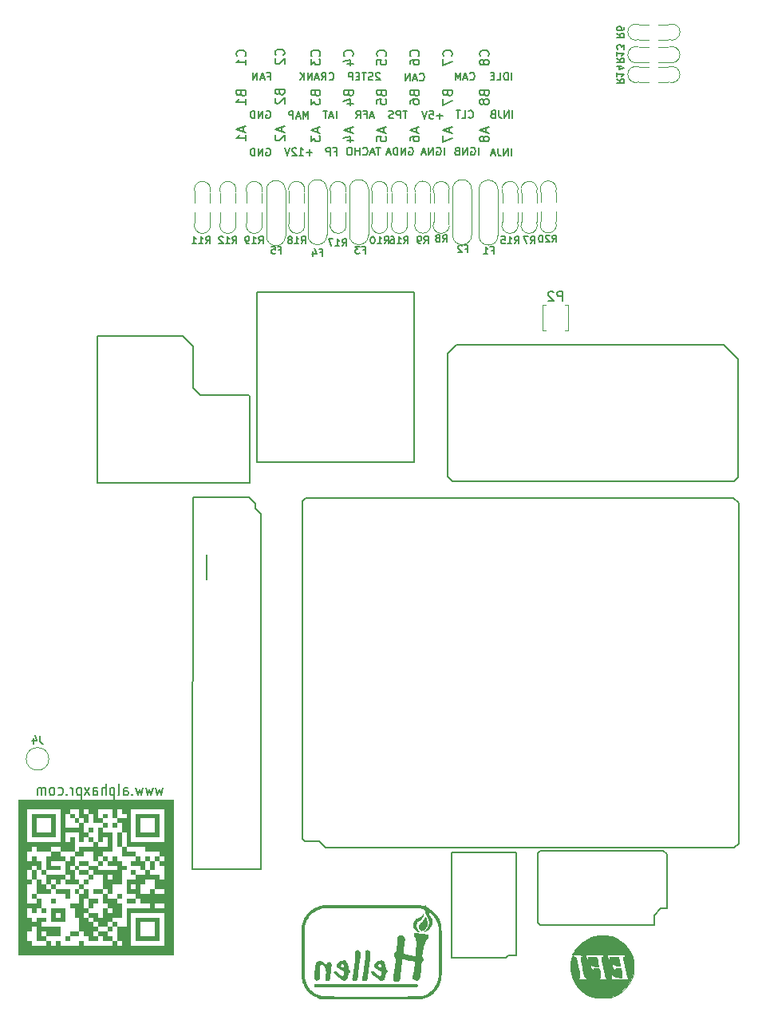
<source format=gbo>
G04 #@! TF.GenerationSoftware,KiCad,Pcbnew,(6.0.1)*
G04 #@! TF.CreationDate,2022-02-18T21:43:13+02:00*
G04 #@! TF.ProjectId,alphax_2ch,616c7068-6178-45f3-9263-682e6b696361,b*
G04 #@! TF.SameCoordinates,PX141f5e0PYa2cace0*
G04 #@! TF.FileFunction,Legend,Bot*
G04 #@! TF.FilePolarity,Positive*
%FSLAX46Y46*%
G04 Gerber Fmt 4.6, Leading zero omitted, Abs format (unit mm)*
G04 Created by KiCad (PCBNEW (6.0.1)) date 2022-02-18 21:43:13*
%MOMM*%
%LPD*%
G01*
G04 APERTURE LIST*
%ADD10C,0.170000*%
%ADD11C,0.200000*%
%ADD12C,0.130000*%
%ADD13C,0.127000*%
%ADD14C,0.150000*%
%ADD15C,0.099060*%
%ADD16C,0.120000*%
%ADD17C,0.002540*%
G04 APERTURE END LIST*
D10*
X53793786Y90361986D02*
X53793786Y91161986D01*
X52993786Y91123890D02*
X53069977Y91161986D01*
X53184262Y91161986D01*
X53298548Y91123890D01*
X53374739Y91047700D01*
X53412834Y90971510D01*
X53450929Y90819129D01*
X53450929Y90704843D01*
X53412834Y90552462D01*
X53374739Y90476271D01*
X53298548Y90400081D01*
X53184262Y90361986D01*
X53108072Y90361986D01*
X52993786Y90400081D01*
X52955691Y90438176D01*
X52955691Y90704843D01*
X53108072Y90704843D01*
X52612834Y90361986D02*
X52612834Y91161986D01*
X52155691Y90361986D01*
X52155691Y91161986D01*
X51508072Y90781033D02*
X51393786Y90742938D01*
X51355691Y90704843D01*
X51317596Y90628652D01*
X51317596Y90514367D01*
X51355691Y90438176D01*
X51393786Y90400081D01*
X51469977Y90361986D01*
X51774739Y90361986D01*
X51774739Y91161986D01*
X51508072Y91161986D01*
X51431881Y91123890D01*
X51393786Y91085795D01*
X51355691Y91009605D01*
X51355691Y90933414D01*
X51393786Y90857224D01*
X51431881Y90819129D01*
X51508072Y90781033D01*
X51774739Y90781033D01*
X37944244Y98369395D02*
X37982339Y98331300D01*
X38096625Y98293205D01*
X38172816Y98293205D01*
X38287101Y98331300D01*
X38363292Y98407490D01*
X38401387Y98483681D01*
X38439482Y98636062D01*
X38439482Y98750348D01*
X38401387Y98902729D01*
X38363292Y98978919D01*
X38287101Y99055109D01*
X38172816Y99093205D01*
X38096625Y99093205D01*
X37982339Y99055109D01*
X37944244Y99017014D01*
X37144244Y98293205D02*
X37410911Y98674157D01*
X37601387Y98293205D02*
X37601387Y99093205D01*
X37296625Y99093205D01*
X37220435Y99055109D01*
X37182339Y99017014D01*
X37144244Y98940824D01*
X37144244Y98826538D01*
X37182339Y98750348D01*
X37220435Y98712252D01*
X37296625Y98674157D01*
X37601387Y98674157D01*
X36839482Y98521776D02*
X36458530Y98521776D01*
X36915673Y98293205D02*
X36649006Y99093205D01*
X36382339Y98293205D01*
X36115673Y98293205D02*
X36115673Y99093205D01*
X35658530Y98293205D01*
X35658530Y99093205D01*
X35277578Y98293205D02*
X35277578Y99093205D01*
X34820435Y98293205D02*
X35163292Y98750348D01*
X34820435Y99093205D02*
X35277578Y98636062D01*
X57289025Y98328095D02*
X57289025Y99128095D01*
X56908072Y98328095D02*
X56908072Y99128095D01*
X56717596Y99128095D01*
X56603311Y99089999D01*
X56527120Y99013809D01*
X56489025Y98937619D01*
X56450930Y98785238D01*
X56450930Y98670952D01*
X56489025Y98518571D01*
X56527120Y98442380D01*
X56603311Y98366190D01*
X56717596Y98328095D01*
X56908072Y98328095D01*
X55727120Y98328095D02*
X56108072Y98328095D01*
X56108072Y99128095D01*
X55460453Y98747142D02*
X55193787Y98747142D01*
X55079501Y98328095D02*
X55460453Y98328095D01*
X55460453Y99128095D01*
X55079501Y99128095D01*
D11*
X20290476Y23257143D02*
X20100000Y22457143D01*
X19909523Y23028572D01*
X19719047Y22457143D01*
X19528571Y23257143D01*
X19242857Y23257143D02*
X19052380Y22457143D01*
X18861904Y23028572D01*
X18671428Y22457143D01*
X18480952Y23257143D01*
X18195238Y23257143D02*
X18004761Y22457143D01*
X17814285Y23028572D01*
X17623809Y22457143D01*
X17433333Y23257143D01*
X17052380Y22571429D02*
X17004761Y22514286D01*
X17052380Y22457143D01*
X17100000Y22514286D01*
X17052380Y22571429D01*
X17052380Y22457143D01*
X16147619Y22457143D02*
X16147619Y23085715D01*
X16195238Y23200000D01*
X16290476Y23257143D01*
X16480952Y23257143D01*
X16576190Y23200000D01*
X16147619Y22514286D02*
X16242857Y22457143D01*
X16480952Y22457143D01*
X16576190Y22514286D01*
X16623809Y22628572D01*
X16623809Y22742858D01*
X16576190Y22857143D01*
X16480952Y22914286D01*
X16242857Y22914286D01*
X16147619Y22971429D01*
X15528571Y22457143D02*
X15623809Y22514286D01*
X15671428Y22628572D01*
X15671428Y23657143D01*
X15147619Y23257143D02*
X15147619Y22057143D01*
X15147619Y23200000D02*
X15052380Y23257143D01*
X14861904Y23257143D01*
X14766666Y23200000D01*
X14719047Y23142858D01*
X14671428Y23028572D01*
X14671428Y22685715D01*
X14719047Y22571429D01*
X14766666Y22514286D01*
X14861904Y22457143D01*
X15052380Y22457143D01*
X15147619Y22514286D01*
X14242857Y22457143D02*
X14242857Y23657143D01*
X13814285Y22457143D02*
X13814285Y23085715D01*
X13861904Y23200000D01*
X13957142Y23257143D01*
X14100000Y23257143D01*
X14195238Y23200000D01*
X14242857Y23142858D01*
X12909523Y22457143D02*
X12909523Y23085715D01*
X12957142Y23200000D01*
X13052380Y23257143D01*
X13242857Y23257143D01*
X13338095Y23200000D01*
X12909523Y22514286D02*
X13004761Y22457143D01*
X13242857Y22457143D01*
X13338095Y22514286D01*
X13385714Y22628572D01*
X13385714Y22742858D01*
X13338095Y22857143D01*
X13242857Y22914286D01*
X13004761Y22914286D01*
X12909523Y22971429D01*
X12528571Y22457143D02*
X12004761Y23257143D01*
X12528571Y23257143D02*
X12004761Y22457143D01*
X11623809Y23257143D02*
X11623809Y22057143D01*
X11623809Y23200000D02*
X11528571Y23257143D01*
X11338095Y23257143D01*
X11242857Y23200000D01*
X11195238Y23142858D01*
X11147619Y23028572D01*
X11147619Y22685715D01*
X11195238Y22571429D01*
X11242857Y22514286D01*
X11338095Y22457143D01*
X11528571Y22457143D01*
X11623809Y22514286D01*
X10719047Y22457143D02*
X10719047Y23257143D01*
X10719047Y23028572D02*
X10671428Y23142858D01*
X10623809Y23200000D01*
X10528571Y23257143D01*
X10433333Y23257143D01*
X10100000Y22571429D02*
X10052380Y22514286D01*
X10100000Y22457143D01*
X10147619Y22514286D01*
X10100000Y22571429D01*
X10100000Y22457143D01*
X9195238Y22514286D02*
X9290476Y22457143D01*
X9480952Y22457143D01*
X9576190Y22514286D01*
X9623809Y22571429D01*
X9671428Y22685715D01*
X9671428Y23028572D01*
X9623809Y23142858D01*
X9576190Y23200000D01*
X9480952Y23257143D01*
X9290476Y23257143D01*
X9195238Y23200000D01*
X8623809Y22457143D02*
X8719047Y22514286D01*
X8766666Y22571429D01*
X8814285Y22685715D01*
X8814285Y23028572D01*
X8766666Y23142858D01*
X8719047Y23200000D01*
X8623809Y23257143D01*
X8480952Y23257143D01*
X8385714Y23200000D01*
X8338095Y23142858D01*
X8290476Y23028572D01*
X8290476Y22685715D01*
X8338095Y22571429D01*
X8385714Y22514286D01*
X8480952Y22457143D01*
X8623809Y22457143D01*
X7861904Y22457143D02*
X7861904Y23257143D01*
X7861904Y23142858D02*
X7814285Y23200000D01*
X7719047Y23257143D01*
X7576190Y23257143D01*
X7480952Y23200000D01*
X7433333Y23085715D01*
X7433333Y22457143D01*
X7433333Y23085715D02*
X7385714Y23200000D01*
X7290476Y23257143D01*
X7147619Y23257143D01*
X7052380Y23200000D01*
X7004761Y23085715D01*
X7004761Y22457143D01*
D10*
X46222449Y95045952D02*
X45765306Y95045952D01*
X45993878Y94245952D02*
X45993878Y95045952D01*
X45498640Y94245952D02*
X45498640Y95045952D01*
X45193878Y95045952D01*
X45117687Y95007856D01*
X45079592Y94969761D01*
X45041497Y94893571D01*
X45041497Y94779285D01*
X45079592Y94703095D01*
X45117687Y94664999D01*
X45193878Y94626904D01*
X45498640Y94626904D01*
X44736735Y94284047D02*
X44622449Y94245952D01*
X44431973Y94245952D01*
X44355783Y94284047D01*
X44317687Y94322142D01*
X44279592Y94398333D01*
X44279592Y94474523D01*
X44317687Y94550714D01*
X44355783Y94588809D01*
X44431973Y94626904D01*
X44584354Y94664999D01*
X44660545Y94703095D01*
X44698640Y94741190D01*
X44736735Y94817380D01*
X44736735Y94893571D01*
X44698640Y94969761D01*
X44660545Y95007856D01*
X44584354Y95045952D01*
X44393878Y95045952D01*
X44279592Y95007856D01*
X57304867Y90292205D02*
X57304867Y91092205D01*
X56923915Y90292205D02*
X56923915Y91092205D01*
X56466772Y90292205D01*
X56466772Y91092205D01*
X55857248Y91092205D02*
X55857248Y90520776D01*
X55895343Y90406490D01*
X55971534Y90330300D01*
X56085820Y90292205D01*
X56162010Y90292205D01*
X55514391Y90520776D02*
X55133439Y90520776D01*
X55590581Y90292205D02*
X55323915Y91092205D01*
X55057248Y90292205D01*
X47541497Y98299615D02*
X47579592Y98261520D01*
X47693878Y98223425D01*
X47770069Y98223425D01*
X47884354Y98261520D01*
X47960545Y98337710D01*
X47998640Y98413901D01*
X48036735Y98566282D01*
X48036735Y98680568D01*
X47998640Y98832949D01*
X47960545Y98909139D01*
X47884354Y98985329D01*
X47770069Y99023425D01*
X47693878Y99023425D01*
X47579592Y98985329D01*
X47541497Y98947234D01*
X47236735Y98451996D02*
X46855783Y98451996D01*
X47312926Y98223425D02*
X47046259Y99023425D01*
X46779592Y98223425D01*
X46512926Y98223425D02*
X46512926Y99023425D01*
X46055783Y98223425D01*
X46055783Y99023425D01*
X38450838Y90746142D02*
X38717504Y90746142D01*
X38717504Y90327095D02*
X38717504Y91127095D01*
X38336552Y91127095D01*
X38031790Y90327095D02*
X38031790Y91127095D01*
X37727028Y91127095D01*
X37650838Y91088999D01*
X37612743Y91050904D01*
X37574647Y90974714D01*
X37574647Y90860428D01*
X37612743Y90784238D01*
X37650838Y90746142D01*
X37727028Y90708047D01*
X38031790Y90708047D01*
X50142962Y90361986D02*
X50142962Y91161986D01*
X49342962Y91123890D02*
X49419153Y91161986D01*
X49533438Y91161986D01*
X49647724Y91123890D01*
X49723915Y91047700D01*
X49762010Y90971510D01*
X49800105Y90819129D01*
X49800105Y90704843D01*
X49762010Y90552462D01*
X49723915Y90476271D01*
X49647724Y90400081D01*
X49533438Y90361986D01*
X49457248Y90361986D01*
X49342962Y90400081D01*
X49304867Y90438176D01*
X49304867Y90704843D01*
X49457248Y90704843D01*
X48962010Y90361986D02*
X48962010Y91161986D01*
X48504867Y90361986D01*
X48504867Y91161986D01*
X48162010Y90590557D02*
X47781058Y90590557D01*
X48238200Y90361986D02*
X47971534Y91161986D01*
X47704867Y90361986D01*
X52746351Y94357032D02*
X52784446Y94318937D01*
X52898732Y94280842D01*
X52974922Y94280842D01*
X53089208Y94318937D01*
X53165399Y94395127D01*
X53203494Y94471318D01*
X53241589Y94623699D01*
X53241589Y94737985D01*
X53203494Y94890366D01*
X53165399Y94966556D01*
X53089208Y95042746D01*
X52974922Y95080842D01*
X52898732Y95080842D01*
X52784446Y95042746D01*
X52746351Y95004651D01*
X52022541Y94280842D02*
X52403494Y94280842D01*
X52403494Y95080842D01*
X51870160Y95080842D02*
X51413018Y95080842D01*
X51641589Y94280842D02*
X51641589Y95080842D01*
X31273273Y91054109D02*
X31349464Y91092205D01*
X31463750Y91092205D01*
X31578035Y91054109D01*
X31654226Y90977919D01*
X31692321Y90901729D01*
X31730416Y90749348D01*
X31730416Y90635062D01*
X31692321Y90482681D01*
X31654226Y90406490D01*
X31578035Y90330300D01*
X31463750Y90292205D01*
X31387559Y90292205D01*
X31273273Y90330300D01*
X31235178Y90368395D01*
X31235178Y90635062D01*
X31387559Y90635062D01*
X30892321Y90292205D02*
X30892321Y91092205D01*
X30435178Y90292205D01*
X30435178Y91092205D01*
X30054226Y90292205D02*
X30054226Y91092205D01*
X29863750Y91092205D01*
X29749464Y91054109D01*
X29673273Y90977919D01*
X29635178Y90901729D01*
X29597083Y90749348D01*
X29597083Y90635062D01*
X29635178Y90482681D01*
X29673273Y90406490D01*
X29749464Y90330300D01*
X29863750Y90292205D01*
X30054226Y90292205D01*
X31273273Y95031582D02*
X31349464Y95069678D01*
X31463750Y95069678D01*
X31578035Y95031582D01*
X31654226Y94955392D01*
X31692321Y94879202D01*
X31730416Y94726821D01*
X31730416Y94612535D01*
X31692321Y94460154D01*
X31654226Y94383963D01*
X31578035Y94307773D01*
X31463750Y94269678D01*
X31387559Y94269678D01*
X31273273Y94307773D01*
X31235178Y94345868D01*
X31235178Y94612535D01*
X31387559Y94612535D01*
X30892321Y94269678D02*
X30892321Y95069678D01*
X30435178Y94269678D01*
X30435178Y95069678D01*
X30054226Y94269678D02*
X30054226Y95069678D01*
X29863750Y95069678D01*
X29749464Y95031582D01*
X29673273Y94955392D01*
X29635178Y94879202D01*
X29597083Y94726821D01*
X29597083Y94612535D01*
X29635178Y94460154D01*
X29673273Y94383963D01*
X29749464Y94307773D01*
X29863750Y94269678D01*
X30054226Y94269678D01*
X57396900Y94280842D02*
X57396900Y95080842D01*
X57015948Y94280842D02*
X57015948Y95080842D01*
X56558805Y94280842D01*
X56558805Y95080842D01*
X55949281Y95080842D02*
X55949281Y94509413D01*
X55987376Y94395127D01*
X56063567Y94318937D01*
X56177852Y94280842D01*
X56254043Y94280842D01*
X55301662Y94699889D02*
X55187376Y94661794D01*
X55149281Y94623699D01*
X55111186Y94547508D01*
X55111186Y94433223D01*
X55149281Y94357032D01*
X55187376Y94318937D01*
X55263567Y94280842D01*
X55568329Y94280842D01*
X55568329Y95080842D01*
X55301662Y95080842D01*
X55225471Y95042746D01*
X55187376Y95004651D01*
X55149281Y94928461D01*
X55149281Y94852270D01*
X55187376Y94776080D01*
X55225471Y94737985D01*
X55301662Y94699889D01*
X55568329Y94699889D01*
X42657248Y94474523D02*
X42276295Y94474523D01*
X42733438Y94245952D02*
X42466772Y95045952D01*
X42200105Y94245952D01*
X41666772Y94664999D02*
X41933438Y94664999D01*
X41933438Y94245952D02*
X41933438Y95045952D01*
X41552486Y95045952D01*
X40790581Y94245952D02*
X41057248Y94626904D01*
X41247724Y94245952D02*
X41247724Y95045952D01*
X40942962Y95045952D01*
X40866772Y95007856D01*
X40828676Y94969761D01*
X40790581Y94893571D01*
X40790581Y94779285D01*
X40828676Y94703095D01*
X40866772Y94664999D01*
X40942962Y94626904D01*
X41247724Y94626904D01*
X43330325Y99017014D02*
X43292230Y99055109D01*
X43216039Y99093205D01*
X43025563Y99093205D01*
X42949373Y99055109D01*
X42911277Y99017014D01*
X42873182Y98940824D01*
X42873182Y98864633D01*
X42911277Y98750348D01*
X43368420Y98293205D01*
X42873182Y98293205D01*
X42568420Y98331300D02*
X42454135Y98293205D01*
X42263658Y98293205D01*
X42187468Y98331300D01*
X42149373Y98369395D01*
X42111277Y98445586D01*
X42111277Y98521776D01*
X42149373Y98597967D01*
X42187468Y98636062D01*
X42263658Y98674157D01*
X42416039Y98712252D01*
X42492230Y98750348D01*
X42530325Y98788443D01*
X42568420Y98864633D01*
X42568420Y98940824D01*
X42530325Y99017014D01*
X42492230Y99055109D01*
X42416039Y99093205D01*
X42225563Y99093205D01*
X42111277Y99055109D01*
X41882706Y99093205D02*
X41425563Y99093205D01*
X41654135Y98293205D02*
X41654135Y99093205D01*
X41158896Y98712252D02*
X40892230Y98712252D01*
X40777944Y98293205D02*
X41158896Y98293205D01*
X41158896Y99093205D01*
X40777944Y99093205D01*
X40435087Y98293205D02*
X40435087Y99093205D01*
X40130325Y99093205D01*
X40054135Y99055109D01*
X40016039Y99017014D01*
X39977944Y98940824D01*
X39977944Y98826538D01*
X40016039Y98750348D01*
X40054135Y98712252D01*
X40130325Y98674157D01*
X40435087Y98674157D01*
X52882888Y98369395D02*
X52920984Y98331300D01*
X53035269Y98293205D01*
X53111460Y98293205D01*
X53225746Y98331300D01*
X53301936Y98407490D01*
X53340031Y98483681D01*
X53378127Y98636062D01*
X53378127Y98750348D01*
X53340031Y98902729D01*
X53301936Y98978919D01*
X53225746Y99055109D01*
X53111460Y99093205D01*
X53035269Y99093205D01*
X52920984Y99055109D01*
X52882888Y99017014D01*
X52578127Y98521776D02*
X52197174Y98521776D01*
X52654317Y98293205D02*
X52387650Y99093205D01*
X52120984Y98293205D01*
X51854317Y98293205D02*
X51854317Y99093205D01*
X51587650Y98521776D01*
X51320984Y99093205D01*
X51320984Y98293205D01*
X31416040Y98712252D02*
X31682706Y98712252D01*
X31682706Y98293205D02*
X31682706Y99093205D01*
X31301754Y99093205D01*
X31035087Y98521776D02*
X30654135Y98521776D01*
X31111278Y98293205D02*
X30844611Y99093205D01*
X30577944Y98293205D01*
X30311278Y98293205D02*
X30311278Y99093205D01*
X29854135Y98293205D01*
X29854135Y99093205D01*
X46409537Y91123890D02*
X46485728Y91161986D01*
X46600014Y91161986D01*
X46714299Y91123890D01*
X46790490Y91047700D01*
X46828585Y90971510D01*
X46866680Y90819129D01*
X46866680Y90704843D01*
X46828585Y90552462D01*
X46790490Y90476271D01*
X46714299Y90400081D01*
X46600014Y90361986D01*
X46523823Y90361986D01*
X46409537Y90400081D01*
X46371442Y90438176D01*
X46371442Y90704843D01*
X46523823Y90704843D01*
X46028585Y90361986D02*
X46028585Y91161986D01*
X45571442Y90361986D01*
X45571442Y91161986D01*
X45190490Y90361986D02*
X45190490Y91161986D01*
X45000014Y91161986D01*
X44885728Y91123890D01*
X44809537Y91047700D01*
X44771442Y90971510D01*
X44733347Y90819129D01*
X44733347Y90704843D01*
X44771442Y90552462D01*
X44809537Y90476271D01*
X44885728Y90400081D01*
X45000014Y90361986D01*
X45190490Y90361986D01*
X44428585Y90590557D02*
X44047633Y90590557D01*
X44504776Y90361986D02*
X44238109Y91161986D01*
X43971442Y90361986D01*
X49974739Y94515824D02*
X49365215Y94515824D01*
X49669977Y94211062D02*
X49669977Y94820586D01*
X48603310Y95011062D02*
X48984263Y95011062D01*
X49022358Y94630109D01*
X48984263Y94668205D01*
X48908072Y94706300D01*
X48717596Y94706300D01*
X48641406Y94668205D01*
X48603310Y94630109D01*
X48565215Y94553919D01*
X48565215Y94363443D01*
X48603310Y94287252D01*
X48641406Y94249157D01*
X48717596Y94211062D01*
X48908072Y94211062D01*
X48984263Y94249157D01*
X49022358Y94287252D01*
X48336644Y95011062D02*
X48069977Y94211062D01*
X47803310Y95011062D01*
X35720526Y94211062D02*
X35720526Y95011062D01*
X35453860Y94439633D01*
X35187193Y95011062D01*
X35187193Y94211062D01*
X34844336Y94439633D02*
X34463383Y94439633D01*
X34920526Y94211062D02*
X34653860Y95011062D01*
X34387193Y94211062D01*
X34120526Y94211062D02*
X34120526Y95011062D01*
X33815764Y95011062D01*
X33739574Y94972966D01*
X33701479Y94934871D01*
X33663383Y94858681D01*
X33663383Y94744395D01*
X33701479Y94668205D01*
X33739574Y94630109D01*
X33815764Y94592014D01*
X34120526Y94592014D01*
X38708073Y94245952D02*
X38708073Y95045952D01*
X38365215Y94474523D02*
X37984263Y94474523D01*
X38441406Y94245952D02*
X38174739Y95045952D01*
X37908073Y94245952D01*
X37755692Y95045952D02*
X37298549Y95045952D01*
X37527120Y94245952D02*
X37527120Y95045952D01*
X36155416Y90631857D02*
X35545893Y90631857D01*
X35850654Y90327095D02*
X35850654Y90936619D01*
X34745893Y90327095D02*
X35203035Y90327095D01*
X34974464Y90327095D02*
X34974464Y91127095D01*
X35050654Y91012809D01*
X35126845Y90936619D01*
X35203035Y90898523D01*
X34441131Y91050904D02*
X34403035Y91088999D01*
X34326845Y91127095D01*
X34136369Y91127095D01*
X34060178Y91088999D01*
X34022083Y91050904D01*
X33983988Y90974714D01*
X33983988Y90898523D01*
X34022083Y90784238D01*
X34479226Y90327095D01*
X33983988Y90327095D01*
X33755416Y91127095D02*
X33488750Y90327095D01*
X33222083Y91127095D01*
X43393878Y91161986D02*
X42936735Y91161986D01*
X43165307Y90361986D02*
X43165307Y91161986D01*
X42708164Y90590557D02*
X42327212Y90590557D01*
X42784355Y90361986D02*
X42517688Y91161986D01*
X42251021Y90361986D01*
X41527212Y90438176D02*
X41565307Y90400081D01*
X41679593Y90361986D01*
X41755783Y90361986D01*
X41870069Y90400081D01*
X41946259Y90476271D01*
X41984355Y90552462D01*
X42022450Y90704843D01*
X42022450Y90819129D01*
X41984355Y90971510D01*
X41946259Y91047700D01*
X41870069Y91123890D01*
X41755783Y91161986D01*
X41679593Y91161986D01*
X41565307Y91123890D01*
X41527212Y91085795D01*
X41184355Y90361986D02*
X41184355Y91161986D01*
X41184355Y90781033D02*
X40727212Y90781033D01*
X40727212Y90361986D02*
X40727212Y91161986D01*
X40193878Y91161986D02*
X40041497Y91161986D01*
X39965307Y91123890D01*
X39889116Y91047700D01*
X39851021Y90895319D01*
X39851021Y90628652D01*
X39889116Y90476271D01*
X39965307Y90400081D01*
X40041497Y90361986D01*
X40193878Y90361986D01*
X40270069Y90400081D01*
X40346259Y90476271D01*
X40384355Y90628652D01*
X40384355Y90895319D01*
X40346259Y91047700D01*
X40270069Y91123890D01*
X40193878Y91161986D01*
D12*
G04 #@! TO.C,R8*
X49992467Y81135007D02*
X50242467Y81492150D01*
X50421038Y81135007D02*
X50421038Y81885007D01*
X50135324Y81885007D01*
X50063895Y81849292D01*
X50028181Y81813578D01*
X49992467Y81742150D01*
X49992467Y81635007D01*
X50028181Y81563578D01*
X50063895Y81527864D01*
X50135324Y81492150D01*
X50421038Y81492150D01*
X49563895Y81563578D02*
X49635324Y81599292D01*
X49671038Y81635007D01*
X49706752Y81706435D01*
X49706752Y81742150D01*
X49671038Y81813578D01*
X49635324Y81849292D01*
X49563895Y81885007D01*
X49421038Y81885007D01*
X49349609Y81849292D01*
X49313895Y81813578D01*
X49278181Y81742150D01*
X49278181Y81706435D01*
X49313895Y81635007D01*
X49349609Y81599292D01*
X49421038Y81563578D01*
X49563895Y81563578D01*
X49635324Y81527864D01*
X49671038Y81492150D01*
X49706752Y81420721D01*
X49706752Y81277864D01*
X49671038Y81206435D01*
X49635324Y81170721D01*
X49563895Y81135007D01*
X49421038Y81135007D01*
X49349609Y81170721D01*
X49313895Y81206435D01*
X49278181Y81277864D01*
X49278181Y81420721D01*
X49313895Y81492150D01*
X49349609Y81527864D01*
X49421038Y81563578D01*
D13*
G04 #@! TO.C,R9*
X48009571Y80978335D02*
X48263571Y81341192D01*
X48444999Y80978335D02*
X48444999Y81740335D01*
X48154713Y81740335D01*
X48082142Y81704049D01*
X48045856Y81667764D01*
X48009571Y81595192D01*
X48009571Y81486335D01*
X48045856Y81413764D01*
X48082142Y81377478D01*
X48154713Y81341192D01*
X48444999Y81341192D01*
X47646713Y80978335D02*
X47501571Y80978335D01*
X47428999Y81014621D01*
X47392713Y81050907D01*
X47320142Y81159764D01*
X47283856Y81304907D01*
X47283856Y81595192D01*
X47320142Y81667764D01*
X47356428Y81704049D01*
X47428999Y81740335D01*
X47574142Y81740335D01*
X47646713Y81704049D01*
X47682999Y81667764D01*
X47719285Y81595192D01*
X47719285Y81413764D01*
X47682999Y81341192D01*
X47646713Y81304907D01*
X47574142Y81268621D01*
X47428999Y81268621D01*
X47356428Y81304907D01*
X47320142Y81341192D01*
X47283856Y81413764D01*
G04 #@! TO.C,F4*
X36954000Y80054429D02*
X37208000Y80054429D01*
X37208000Y79655286D02*
X37208000Y80417286D01*
X36845142Y80417286D01*
X36228285Y80163286D02*
X36228285Y79655286D01*
X36409714Y80453572D02*
X36591142Y79909286D01*
X36119428Y79909286D01*
D10*
G04 #@! TO.C,P2*
X62696095Y74897620D02*
X62696095Y75897620D01*
X62315142Y75897620D01*
X62219904Y75850000D01*
X62172285Y75802381D01*
X62124666Y75707143D01*
X62124666Y75564286D01*
X62172285Y75469048D01*
X62219904Y75421429D01*
X62315142Y75373810D01*
X62696095Y75373810D01*
X61743714Y75802381D02*
X61696095Y75850000D01*
X61600857Y75897620D01*
X61362761Y75897620D01*
X61267523Y75850000D01*
X61219904Y75802381D01*
X61172285Y75707143D01*
X61172285Y75611905D01*
X61219904Y75469048D01*
X61791333Y74897620D01*
X61172285Y74897620D01*
D12*
G04 #@! TO.C,R11*
X24848142Y80952715D02*
X25098142Y81309858D01*
X25276714Y80952715D02*
X25276714Y81702715D01*
X24991000Y81702715D01*
X24919571Y81667000D01*
X24883857Y81631286D01*
X24848142Y81559858D01*
X24848142Y81452715D01*
X24883857Y81381286D01*
X24919571Y81345572D01*
X24991000Y81309858D01*
X25276714Y81309858D01*
X24133857Y80952715D02*
X24562428Y80952715D01*
X24348142Y80952715D02*
X24348142Y81702715D01*
X24419571Y81595572D01*
X24491000Y81524143D01*
X24562428Y81488429D01*
X23419571Y80952715D02*
X23848142Y80952715D01*
X23633857Y80952715D02*
X23633857Y81702715D01*
X23705285Y81595572D01*
X23776714Y81524143D01*
X23848142Y81488429D01*
G04 #@! TO.C,R6*
X68476714Y103275000D02*
X68833857Y103025000D01*
X68476714Y102846429D02*
X69226714Y102846429D01*
X69226714Y103132143D01*
X69191000Y103203572D01*
X69155285Y103239286D01*
X69083857Y103275000D01*
X68976714Y103275000D01*
X68905285Y103239286D01*
X68869571Y103203572D01*
X68833857Y103132143D01*
X68833857Y102846429D01*
X69226714Y103917858D02*
X69226714Y103775000D01*
X69191000Y103703572D01*
X69155285Y103667858D01*
X69048142Y103596429D01*
X68905285Y103560715D01*
X68619571Y103560715D01*
X68548142Y103596429D01*
X68512428Y103632143D01*
X68476714Y103703572D01*
X68476714Y103846429D01*
X68512428Y103917858D01*
X68548142Y103953572D01*
X68619571Y103989286D01*
X68798142Y103989286D01*
X68869571Y103953572D01*
X68905285Y103917858D01*
X68941000Y103846429D01*
X68941000Y103703572D01*
X68905285Y103632143D01*
X68869571Y103596429D01*
X68798142Y103560715D01*
G04 #@! TO.C,R17*
X39326142Y80698715D02*
X39576142Y81055858D01*
X39754714Y80698715D02*
X39754714Y81448715D01*
X39469000Y81448715D01*
X39397571Y81413000D01*
X39361857Y81377286D01*
X39326142Y81305858D01*
X39326142Y81198715D01*
X39361857Y81127286D01*
X39397571Y81091572D01*
X39469000Y81055858D01*
X39754714Y81055858D01*
X38611857Y80698715D02*
X39040428Y80698715D01*
X38826142Y80698715D02*
X38826142Y81448715D01*
X38897571Y81341572D01*
X38969000Y81270143D01*
X39040428Y81234429D01*
X38361857Y81448715D02*
X37861857Y81448715D01*
X38183285Y80698715D01*
G04 #@! TO.C,R16*
X45882142Y80952715D02*
X46132142Y81309858D01*
X46310714Y80952715D02*
X46310714Y81702715D01*
X46025000Y81702715D01*
X45953571Y81667000D01*
X45917857Y81631286D01*
X45882142Y81559858D01*
X45882142Y81452715D01*
X45917857Y81381286D01*
X45953571Y81345572D01*
X46025000Y81309858D01*
X46310714Y81309858D01*
X45167857Y80952715D02*
X45596428Y80952715D01*
X45382142Y80952715D02*
X45382142Y81702715D01*
X45453571Y81595572D01*
X45525000Y81524143D01*
X45596428Y81488429D01*
X44525000Y81702715D02*
X44667857Y81702715D01*
X44739285Y81667000D01*
X44775000Y81631286D01*
X44846428Y81524143D01*
X44882142Y81381286D01*
X44882142Y81095572D01*
X44846428Y81024143D01*
X44810714Y80988429D01*
X44739285Y80952715D01*
X44596428Y80952715D01*
X44525000Y80988429D01*
X44489285Y81024143D01*
X44453571Y81095572D01*
X44453571Y81274143D01*
X44489285Y81345572D01*
X44525000Y81381286D01*
X44596428Y81417000D01*
X44739285Y81417000D01*
X44810714Y81381286D01*
X44846428Y81345572D01*
X44882142Y81274143D01*
D13*
G04 #@! TO.C,R10*
X43789857Y80955286D02*
X44043857Y81318143D01*
X44225285Y80955286D02*
X44225285Y81717286D01*
X43935000Y81717286D01*
X43862428Y81681000D01*
X43826142Y81644715D01*
X43789857Y81572143D01*
X43789857Y81463286D01*
X43826142Y81390715D01*
X43862428Y81354429D01*
X43935000Y81318143D01*
X44225285Y81318143D01*
X43064142Y80955286D02*
X43499571Y80955286D01*
X43281857Y80955286D02*
X43281857Y81717286D01*
X43354428Y81608429D01*
X43427000Y81535858D01*
X43499571Y81499572D01*
X42592428Y81717286D02*
X42519857Y81717286D01*
X42447285Y81681000D01*
X42411000Y81644715D01*
X42374714Y81572143D01*
X42338428Y81427000D01*
X42338428Y81245572D01*
X42374714Y81100429D01*
X42411000Y81027858D01*
X42447285Y80991572D01*
X42519857Y80955286D01*
X42592428Y80955286D01*
X42665000Y80991572D01*
X42701285Y81027858D01*
X42737571Y81100429D01*
X42773857Y81245572D01*
X42773857Y81427000D01*
X42737571Y81572143D01*
X42701285Y81644715D01*
X42665000Y81681000D01*
X42592428Y81717286D01*
G04 #@! TO.C,R19*
X30489857Y80955286D02*
X30743857Y81318143D01*
X30925285Y80955286D02*
X30925285Y81717286D01*
X30635000Y81717286D01*
X30562428Y81681000D01*
X30526142Y81644715D01*
X30489857Y81572143D01*
X30489857Y81463286D01*
X30526142Y81390715D01*
X30562428Y81354429D01*
X30635000Y81318143D01*
X30925285Y81318143D01*
X29764142Y80955286D02*
X30199571Y80955286D01*
X29981857Y80955286D02*
X29981857Y81717286D01*
X30054428Y81608429D01*
X30127000Y81535858D01*
X30199571Y81499572D01*
X29401285Y80955286D02*
X29256142Y80955286D01*
X29183571Y80991572D01*
X29147285Y81027858D01*
X29074714Y81136715D01*
X29038428Y81281858D01*
X29038428Y81572143D01*
X29074714Y81644715D01*
X29111000Y81681000D01*
X29183571Y81717286D01*
X29328714Y81717286D01*
X29401285Y81681000D01*
X29437571Y81644715D01*
X29473857Y81572143D01*
X29473857Y81390715D01*
X29437571Y81318143D01*
X29401285Y81281858D01*
X29328714Y81245572D01*
X29183571Y81245572D01*
X29111000Y81281858D01*
X29074714Y81318143D01*
X29038428Y81390715D01*
G04 #@! TO.C,F1*
X55150000Y80254429D02*
X55404000Y80254429D01*
X55404000Y79855286D02*
X55404000Y80617286D01*
X55041142Y80617286D01*
X54351714Y79855286D02*
X54787142Y79855286D01*
X54569428Y79855286D02*
X54569428Y80617286D01*
X54642000Y80508429D01*
X54714571Y80435858D01*
X54787142Y80399572D01*
D12*
G04 #@! TO.C,R14*
X68476714Y98417858D02*
X68833857Y98167858D01*
X68476714Y97989286D02*
X69226714Y97989286D01*
X69226714Y98275000D01*
X69191000Y98346429D01*
X69155285Y98382143D01*
X69083857Y98417858D01*
X68976714Y98417858D01*
X68905285Y98382143D01*
X68869571Y98346429D01*
X68833857Y98275000D01*
X68833857Y97989286D01*
X68476714Y99132143D02*
X68476714Y98703572D01*
X68476714Y98917858D02*
X69226714Y98917858D01*
X69119571Y98846429D01*
X69048142Y98775000D01*
X69012428Y98703572D01*
X68976714Y99775000D02*
X68476714Y99775000D01*
X69262428Y99596429D02*
X68726714Y99417858D01*
X68726714Y99882143D01*
D13*
G04 #@! TO.C,F3*
X41504000Y80304429D02*
X41758000Y80304429D01*
X41758000Y79905286D02*
X41758000Y80667286D01*
X41395142Y80667286D01*
X41177428Y80667286D02*
X40705714Y80667286D01*
X40959714Y80377000D01*
X40850857Y80377000D01*
X40778285Y80340715D01*
X40742000Y80304429D01*
X40705714Y80231858D01*
X40705714Y80050429D01*
X40742000Y79977858D01*
X40778285Y79941572D01*
X40850857Y79905286D01*
X41068571Y79905286D01*
X41141142Y79941572D01*
X41177428Y79977858D01*
D12*
G04 #@! TO.C,R15*
X57614142Y80952715D02*
X57864142Y81309858D01*
X58042714Y80952715D02*
X58042714Y81702715D01*
X57757000Y81702715D01*
X57685571Y81667000D01*
X57649857Y81631286D01*
X57614142Y81559858D01*
X57614142Y81452715D01*
X57649857Y81381286D01*
X57685571Y81345572D01*
X57757000Y81309858D01*
X58042714Y81309858D01*
X56899857Y80952715D02*
X57328428Y80952715D01*
X57114142Y80952715D02*
X57114142Y81702715D01*
X57185571Y81595572D01*
X57257000Y81524143D01*
X57328428Y81488429D01*
X56221285Y81702715D02*
X56578428Y81702715D01*
X56614142Y81345572D01*
X56578428Y81381286D01*
X56507000Y81417000D01*
X56328428Y81417000D01*
X56257000Y81381286D01*
X56221285Y81345572D01*
X56185571Y81274143D01*
X56185571Y81095572D01*
X56221285Y81024143D01*
X56257000Y80988429D01*
X56328428Y80952715D01*
X56507000Y80952715D01*
X56578428Y80988429D01*
X56614142Y81024143D01*
D13*
G04 #@! TO.C,R7*
X59291000Y80955286D02*
X59545000Y81318143D01*
X59726428Y80955286D02*
X59726428Y81717286D01*
X59436142Y81717286D01*
X59363571Y81681000D01*
X59327285Y81644715D01*
X59291000Y81572143D01*
X59291000Y81463286D01*
X59327285Y81390715D01*
X59363571Y81354429D01*
X59436142Y81318143D01*
X59726428Y81318143D01*
X59037000Y81717286D02*
X58529000Y81717286D01*
X58855571Y80955286D01*
D12*
G04 #@! TO.C,R13*
X68476714Y100621858D02*
X68833857Y100371858D01*
X68476714Y100193286D02*
X69226714Y100193286D01*
X69226714Y100479000D01*
X69191000Y100550429D01*
X69155285Y100586143D01*
X69083857Y100621858D01*
X68976714Y100621858D01*
X68905285Y100586143D01*
X68869571Y100550429D01*
X68833857Y100479000D01*
X68833857Y100193286D01*
X68476714Y101336143D02*
X68476714Y100907572D01*
X68476714Y101121858D02*
X69226714Y101121858D01*
X69119571Y101050429D01*
X69048142Y100979000D01*
X69012428Y100907572D01*
X69226714Y101586143D02*
X69226714Y102050429D01*
X68941000Y101800429D01*
X68941000Y101907572D01*
X68905285Y101979000D01*
X68869571Y102014715D01*
X68798142Y102050429D01*
X68619571Y102050429D01*
X68548142Y102014715D01*
X68512428Y101979000D01*
X68476714Y101907572D01*
X68476714Y101693286D01*
X68512428Y101621858D01*
X68548142Y101586143D01*
G04 #@! TO.C,R20*
X61626093Y81107095D02*
X61876093Y81464238D01*
X62054665Y81107095D02*
X62054665Y81857095D01*
X61768951Y81857095D01*
X61697522Y81821380D01*
X61661808Y81785666D01*
X61626093Y81714238D01*
X61626093Y81607095D01*
X61661808Y81535666D01*
X61697522Y81499952D01*
X61768951Y81464238D01*
X62054665Y81464238D01*
X61340379Y81785666D02*
X61304665Y81821380D01*
X61233236Y81857095D01*
X61054665Y81857095D01*
X60983236Y81821380D01*
X60947522Y81785666D01*
X60911808Y81714238D01*
X60911808Y81642809D01*
X60947522Y81535666D01*
X61376093Y81107095D01*
X60911808Y81107095D01*
X60447522Y81857095D02*
X60376093Y81857095D01*
X60304665Y81821380D01*
X60268951Y81785666D01*
X60233236Y81714238D01*
X60197522Y81571380D01*
X60197522Y81392809D01*
X60233236Y81249952D01*
X60268951Y81178523D01*
X60304665Y81142809D01*
X60376093Y81107095D01*
X60447522Y81107095D01*
X60518951Y81142809D01*
X60554665Y81178523D01*
X60590379Y81249952D01*
X60626093Y81392809D01*
X60626093Y81571380D01*
X60590379Y81714238D01*
X60554665Y81785666D01*
X60518951Y81821380D01*
X60447522Y81857095D01*
D14*
G04 #@! TO.C,P1*
X40407142Y100865667D02*
X40454761Y100913286D01*
X40502380Y101056143D01*
X40502380Y101151381D01*
X40454761Y101294239D01*
X40359523Y101389477D01*
X40264285Y101437096D01*
X40073809Y101484715D01*
X39930952Y101484715D01*
X39740476Y101437096D01*
X39645238Y101389477D01*
X39550000Y101294239D01*
X39502380Y101151381D01*
X39502380Y101056143D01*
X39550000Y100913286D01*
X39597619Y100865667D01*
X39835714Y100008524D02*
X40502380Y100008524D01*
X39454761Y100246620D02*
X40169047Y100484715D01*
X40169047Y99865667D01*
X46978571Y96903762D02*
X47026190Y96760905D01*
X47073809Y96713286D01*
X47169047Y96665667D01*
X47311904Y96665667D01*
X47407142Y96713286D01*
X47454761Y96760905D01*
X47502380Y96856143D01*
X47502380Y97237096D01*
X46502380Y97237096D01*
X46502380Y96903762D01*
X46550000Y96808524D01*
X46597619Y96760905D01*
X46692857Y96713286D01*
X46788095Y96713286D01*
X46883333Y96760905D01*
X46930952Y96808524D01*
X46978571Y96903762D01*
X46978571Y97237096D01*
X46502380Y95808524D02*
X46502380Y95999000D01*
X46550000Y96094239D01*
X46597619Y96141858D01*
X46740476Y96237096D01*
X46930952Y96284715D01*
X47311904Y96284715D01*
X47407142Y96237096D01*
X47454761Y96189477D01*
X47502380Y96094239D01*
X47502380Y95903762D01*
X47454761Y95808524D01*
X47407142Y95760905D01*
X47311904Y95713286D01*
X47073809Y95713286D01*
X46978571Y95760905D01*
X46930952Y95808524D01*
X46883333Y95903762D01*
X46883333Y96094239D01*
X46930952Y96189477D01*
X46978571Y96237096D01*
X47073809Y96284715D01*
X32916666Y93313286D02*
X32916666Y92837096D01*
X33202380Y93408524D02*
X32202380Y93075191D01*
X33202380Y92741858D01*
X32297619Y92456143D02*
X32250000Y92408524D01*
X32202380Y92313286D01*
X32202380Y92075191D01*
X32250000Y91979953D01*
X32297619Y91932334D01*
X32392857Y91884715D01*
X32488095Y91884715D01*
X32630952Y91932334D01*
X33202380Y92503762D01*
X33202380Y91884715D01*
X50716666Y93213286D02*
X50716666Y92737096D01*
X51002380Y93308524D02*
X50002380Y92975191D01*
X51002380Y92641858D01*
X50002380Y92403762D02*
X50002380Y91737096D01*
X51002380Y92165667D01*
X33107142Y100965667D02*
X33154761Y101013286D01*
X33202380Y101156143D01*
X33202380Y101251381D01*
X33154761Y101394239D01*
X33059523Y101489477D01*
X32964285Y101537096D01*
X32773809Y101584715D01*
X32630952Y101584715D01*
X32440476Y101537096D01*
X32345238Y101489477D01*
X32250000Y101394239D01*
X32202380Y101251381D01*
X32202380Y101156143D01*
X32250000Y101013286D01*
X32297619Y100965667D01*
X32297619Y100584715D02*
X32250000Y100537096D01*
X32202380Y100441858D01*
X32202380Y100203762D01*
X32250000Y100108524D01*
X32297619Y100060905D01*
X32392857Y100013286D01*
X32488095Y100013286D01*
X32630952Y100060905D01*
X33202380Y100632334D01*
X33202380Y100013286D01*
X43716666Y93213286D02*
X43716666Y92737096D01*
X44002380Y93308524D02*
X43002380Y92975191D01*
X44002380Y92641858D01*
X43002380Y91832334D02*
X43002380Y92308524D01*
X43478571Y92356143D01*
X43430952Y92308524D01*
X43383333Y92213286D01*
X43383333Y91975191D01*
X43430952Y91879953D01*
X43478571Y91832334D01*
X43573809Y91784715D01*
X43811904Y91784715D01*
X43907142Y91832334D01*
X43954761Y91879953D01*
X44002380Y91975191D01*
X44002380Y92213286D01*
X43954761Y92308524D01*
X43907142Y92356143D01*
X43478571Y96903762D02*
X43526190Y96760905D01*
X43573809Y96713286D01*
X43669047Y96665667D01*
X43811904Y96665667D01*
X43907142Y96713286D01*
X43954761Y96760905D01*
X44002380Y96856143D01*
X44002380Y97237096D01*
X43002380Y97237096D01*
X43002380Y96903762D01*
X43050000Y96808524D01*
X43097619Y96760905D01*
X43192857Y96713286D01*
X43288095Y96713286D01*
X43383333Y96760905D01*
X43430952Y96808524D01*
X43478571Y96903762D01*
X43478571Y97237096D01*
X43002380Y95760905D02*
X43002380Y96237096D01*
X43478571Y96284715D01*
X43430952Y96237096D01*
X43383333Y96141858D01*
X43383333Y95903762D01*
X43430952Y95808524D01*
X43478571Y95760905D01*
X43573809Y95713286D01*
X43811904Y95713286D01*
X43907142Y95760905D01*
X43954761Y95808524D01*
X44002380Y95903762D01*
X44002380Y96141858D01*
X43954761Y96237096D01*
X43907142Y96284715D01*
X39978571Y96903762D02*
X40026190Y96760905D01*
X40073809Y96713286D01*
X40169047Y96665667D01*
X40311904Y96665667D01*
X40407142Y96713286D01*
X40454761Y96760905D01*
X40502380Y96856143D01*
X40502380Y97237096D01*
X39502380Y97237096D01*
X39502380Y96903762D01*
X39550000Y96808524D01*
X39597619Y96760905D01*
X39692857Y96713286D01*
X39788095Y96713286D01*
X39883333Y96760905D01*
X39930952Y96808524D01*
X39978571Y96903762D01*
X39978571Y97237096D01*
X39835714Y95808524D02*
X40502380Y95808524D01*
X39454761Y96046620D02*
X40169047Y96284715D01*
X40169047Y95665667D01*
X43907142Y100865667D02*
X43954761Y100913286D01*
X44002380Y101056143D01*
X44002380Y101151381D01*
X43954761Y101294239D01*
X43859523Y101389477D01*
X43764285Y101437096D01*
X43573809Y101484715D01*
X43430952Y101484715D01*
X43240476Y101437096D01*
X43145238Y101389477D01*
X43050000Y101294239D01*
X43002380Y101151381D01*
X43002380Y101056143D01*
X43050000Y100913286D01*
X43097619Y100865667D01*
X43002380Y99960905D02*
X43002380Y100437096D01*
X43478571Y100484715D01*
X43430952Y100437096D01*
X43383333Y100341858D01*
X43383333Y100103762D01*
X43430952Y100008524D01*
X43478571Y99960905D01*
X43573809Y99913286D01*
X43811904Y99913286D01*
X43907142Y99960905D01*
X43954761Y100008524D01*
X44002380Y100103762D01*
X44002380Y100341858D01*
X43954761Y100437096D01*
X43907142Y100484715D01*
X47216666Y93213286D02*
X47216666Y92737096D01*
X47502380Y93308524D02*
X46502380Y92975191D01*
X47502380Y92641858D01*
X46502380Y91879953D02*
X46502380Y92070429D01*
X46550000Y92165667D01*
X46597619Y92213286D01*
X46740476Y92308524D01*
X46930952Y92356143D01*
X47311904Y92356143D01*
X47407142Y92308524D01*
X47454761Y92260905D01*
X47502380Y92165667D01*
X47502380Y91975191D01*
X47454761Y91879953D01*
X47407142Y91832334D01*
X47311904Y91784715D01*
X47073809Y91784715D01*
X46978571Y91832334D01*
X46930952Y91879953D01*
X46883333Y91975191D01*
X46883333Y92165667D01*
X46930952Y92260905D01*
X46978571Y92308524D01*
X47073809Y92356143D01*
X54378571Y96903762D02*
X54426190Y96760905D01*
X54473809Y96713286D01*
X54569047Y96665667D01*
X54711904Y96665667D01*
X54807142Y96713286D01*
X54854761Y96760905D01*
X54902380Y96856143D01*
X54902380Y97237096D01*
X53902380Y97237096D01*
X53902380Y96903762D01*
X53950000Y96808524D01*
X53997619Y96760905D01*
X54092857Y96713286D01*
X54188095Y96713286D01*
X54283333Y96760905D01*
X54330952Y96808524D01*
X54378571Y96903762D01*
X54378571Y97237096D01*
X54330952Y96094239D02*
X54283333Y96189477D01*
X54235714Y96237096D01*
X54140476Y96284715D01*
X54092857Y96284715D01*
X53997619Y96237096D01*
X53950000Y96189477D01*
X53902380Y96094239D01*
X53902380Y95903762D01*
X53950000Y95808524D01*
X53997619Y95760905D01*
X54092857Y95713286D01*
X54140476Y95713286D01*
X54235714Y95760905D01*
X54283333Y95808524D01*
X54330952Y95903762D01*
X54330952Y96094239D01*
X54378571Y96189477D01*
X54426190Y96237096D01*
X54521428Y96284715D01*
X54711904Y96284715D01*
X54807142Y96237096D01*
X54854761Y96189477D01*
X54902380Y96094239D01*
X54902380Y95903762D01*
X54854761Y95808524D01*
X54807142Y95760905D01*
X54711904Y95713286D01*
X54521428Y95713286D01*
X54426190Y95760905D01*
X54378571Y95808524D01*
X54330952Y95903762D01*
X50907142Y100865667D02*
X50954761Y100913286D01*
X51002380Y101056143D01*
X51002380Y101151381D01*
X50954761Y101294239D01*
X50859523Y101389477D01*
X50764285Y101437096D01*
X50573809Y101484715D01*
X50430952Y101484715D01*
X50240476Y101437096D01*
X50145238Y101389477D01*
X50050000Y101294239D01*
X50002380Y101151381D01*
X50002380Y101056143D01*
X50050000Y100913286D01*
X50097619Y100865667D01*
X50002380Y100532334D02*
X50002380Y99865667D01*
X51002380Y100294239D01*
X29007142Y100865667D02*
X29054761Y100913286D01*
X29102380Y101056143D01*
X29102380Y101151381D01*
X29054761Y101294239D01*
X28959523Y101389477D01*
X28864285Y101437096D01*
X28673809Y101484715D01*
X28530952Y101484715D01*
X28340476Y101437096D01*
X28245238Y101389477D01*
X28150000Y101294239D01*
X28102380Y101151381D01*
X28102380Y101056143D01*
X28150000Y100913286D01*
X28197619Y100865667D01*
X29102380Y99913286D02*
X29102380Y100484715D01*
X29102380Y100199000D02*
X28102380Y100199000D01*
X28245238Y100294239D01*
X28340476Y100389477D01*
X28388095Y100484715D01*
X50478571Y96903762D02*
X50526190Y96760905D01*
X50573809Y96713286D01*
X50669047Y96665667D01*
X50811904Y96665667D01*
X50907142Y96713286D01*
X50954761Y96760905D01*
X51002380Y96856143D01*
X51002380Y97237096D01*
X50002380Y97237096D01*
X50002380Y96903762D01*
X50050000Y96808524D01*
X50097619Y96760905D01*
X50192857Y96713286D01*
X50288095Y96713286D01*
X50383333Y96760905D01*
X50430952Y96808524D01*
X50478571Y96903762D01*
X50478571Y97237096D01*
X50002380Y96332334D02*
X50002380Y95665667D01*
X51002380Y96094239D01*
X54807142Y100865667D02*
X54854761Y100913286D01*
X54902380Y101056143D01*
X54902380Y101151381D01*
X54854761Y101294239D01*
X54759523Y101389477D01*
X54664285Y101437096D01*
X54473809Y101484715D01*
X54330952Y101484715D01*
X54140476Y101437096D01*
X54045238Y101389477D01*
X53950000Y101294239D01*
X53902380Y101151381D01*
X53902380Y101056143D01*
X53950000Y100913286D01*
X53997619Y100865667D01*
X54330952Y100294239D02*
X54283333Y100389477D01*
X54235714Y100437096D01*
X54140476Y100484715D01*
X54092857Y100484715D01*
X53997619Y100437096D01*
X53950000Y100389477D01*
X53902380Y100294239D01*
X53902380Y100103762D01*
X53950000Y100008524D01*
X53997619Y99960905D01*
X54092857Y99913286D01*
X54140476Y99913286D01*
X54235714Y99960905D01*
X54283333Y100008524D01*
X54330952Y100103762D01*
X54330952Y100294239D01*
X54378571Y100389477D01*
X54426190Y100437096D01*
X54521428Y100484715D01*
X54711904Y100484715D01*
X54807142Y100437096D01*
X54854761Y100389477D01*
X54902380Y100294239D01*
X54902380Y100103762D01*
X54854761Y100008524D01*
X54807142Y99960905D01*
X54711904Y99913286D01*
X54521428Y99913286D01*
X54426190Y99960905D01*
X54378571Y100008524D01*
X54330952Y100103762D01*
X28816666Y93313286D02*
X28816666Y92837096D01*
X29102380Y93408524D02*
X28102380Y93075191D01*
X29102380Y92741858D01*
X29102380Y91884715D02*
X29102380Y92456143D01*
X29102380Y92170429D02*
X28102380Y92170429D01*
X28245238Y92265667D01*
X28340476Y92360905D01*
X28388095Y92456143D01*
X36478571Y96903762D02*
X36526190Y96760905D01*
X36573809Y96713286D01*
X36669047Y96665667D01*
X36811904Y96665667D01*
X36907142Y96713286D01*
X36954761Y96760905D01*
X37002380Y96856143D01*
X37002380Y97237096D01*
X36002380Y97237096D01*
X36002380Y96903762D01*
X36050000Y96808524D01*
X36097619Y96760905D01*
X36192857Y96713286D01*
X36288095Y96713286D01*
X36383333Y96760905D01*
X36430952Y96808524D01*
X36478571Y96903762D01*
X36478571Y97237096D01*
X36002380Y96332334D02*
X36002380Y95713286D01*
X36383333Y96046620D01*
X36383333Y95903762D01*
X36430952Y95808524D01*
X36478571Y95760905D01*
X36573809Y95713286D01*
X36811904Y95713286D01*
X36907142Y95760905D01*
X36954761Y95808524D01*
X37002380Y95903762D01*
X37002380Y96189477D01*
X36954761Y96284715D01*
X36907142Y96332334D01*
X36716666Y93213286D02*
X36716666Y92737096D01*
X37002380Y93308524D02*
X36002380Y92975191D01*
X37002380Y92641858D01*
X36002380Y92403762D02*
X36002380Y91784715D01*
X36383333Y92118048D01*
X36383333Y91975191D01*
X36430952Y91879953D01*
X36478571Y91832334D01*
X36573809Y91784715D01*
X36811904Y91784715D01*
X36907142Y91832334D01*
X36954761Y91879953D01*
X37002380Y91975191D01*
X37002380Y92260905D01*
X36954761Y92356143D01*
X36907142Y92403762D01*
X36907142Y100865667D02*
X36954761Y100913286D01*
X37002380Y101056143D01*
X37002380Y101151381D01*
X36954761Y101294239D01*
X36859523Y101389477D01*
X36764285Y101437096D01*
X36573809Y101484715D01*
X36430952Y101484715D01*
X36240476Y101437096D01*
X36145238Y101389477D01*
X36050000Y101294239D01*
X36002380Y101151381D01*
X36002380Y101056143D01*
X36050000Y100913286D01*
X36097619Y100865667D01*
X36002380Y100532334D02*
X36002380Y99913286D01*
X36383333Y100246620D01*
X36383333Y100103762D01*
X36430952Y100008524D01*
X36478571Y99960905D01*
X36573809Y99913286D01*
X36811904Y99913286D01*
X36907142Y99960905D01*
X36954761Y100008524D01*
X37002380Y100103762D01*
X37002380Y100389477D01*
X36954761Y100484715D01*
X36907142Y100532334D01*
X32678571Y97003762D02*
X32726190Y96860905D01*
X32773809Y96813286D01*
X32869047Y96765667D01*
X33011904Y96765667D01*
X33107142Y96813286D01*
X33154761Y96860905D01*
X33202380Y96956143D01*
X33202380Y97337096D01*
X32202380Y97337096D01*
X32202380Y97003762D01*
X32250000Y96908524D01*
X32297619Y96860905D01*
X32392857Y96813286D01*
X32488095Y96813286D01*
X32583333Y96860905D01*
X32630952Y96908524D01*
X32678571Y97003762D01*
X32678571Y97337096D01*
X32297619Y96384715D02*
X32250000Y96337096D01*
X32202380Y96241858D01*
X32202380Y96003762D01*
X32250000Y95908524D01*
X32297619Y95860905D01*
X32392857Y95813286D01*
X32488095Y95813286D01*
X32630952Y95860905D01*
X33202380Y96432334D01*
X33202380Y95813286D01*
X54616666Y93213286D02*
X54616666Y92737096D01*
X54902380Y93308524D02*
X53902380Y92975191D01*
X54902380Y92641858D01*
X54330952Y92165667D02*
X54283333Y92260905D01*
X54235714Y92308524D01*
X54140476Y92356143D01*
X54092857Y92356143D01*
X53997619Y92308524D01*
X53950000Y92260905D01*
X53902380Y92165667D01*
X53902380Y91975191D01*
X53950000Y91879953D01*
X53997619Y91832334D01*
X54092857Y91784715D01*
X54140476Y91784715D01*
X54235714Y91832334D01*
X54283333Y91879953D01*
X54330952Y91975191D01*
X54330952Y92165667D01*
X54378571Y92260905D01*
X54426190Y92308524D01*
X54521428Y92356143D01*
X54711904Y92356143D01*
X54807142Y92308524D01*
X54854761Y92260905D01*
X54902380Y92165667D01*
X54902380Y91975191D01*
X54854761Y91879953D01*
X54807142Y91832334D01*
X54711904Y91784715D01*
X54521428Y91784715D01*
X54426190Y91832334D01*
X54378571Y91879953D01*
X54330952Y91975191D01*
X40216666Y93213286D02*
X40216666Y92737096D01*
X40502380Y93308524D02*
X39502380Y92975191D01*
X40502380Y92641858D01*
X39835714Y91879953D02*
X40502380Y91879953D01*
X39454761Y92118048D02*
X40169047Y92356143D01*
X40169047Y91737096D01*
X28578571Y96903762D02*
X28626190Y96760905D01*
X28673809Y96713286D01*
X28769047Y96665667D01*
X28911904Y96665667D01*
X29007142Y96713286D01*
X29054761Y96760905D01*
X29102380Y96856143D01*
X29102380Y97237096D01*
X28102380Y97237096D01*
X28102380Y96903762D01*
X28150000Y96808524D01*
X28197619Y96760905D01*
X28292857Y96713286D01*
X28388095Y96713286D01*
X28483333Y96760905D01*
X28530952Y96808524D01*
X28578571Y96903762D01*
X28578571Y97237096D01*
X29102380Y95713286D02*
X29102380Y96284715D01*
X29102380Y95999000D02*
X28102380Y95999000D01*
X28245238Y96094239D01*
X28340476Y96189477D01*
X28388095Y96284715D01*
X47407142Y100865667D02*
X47454761Y100913286D01*
X47502380Y101056143D01*
X47502380Y101151381D01*
X47454761Y101294239D01*
X47359523Y101389477D01*
X47264285Y101437096D01*
X47073809Y101484715D01*
X46930952Y101484715D01*
X46740476Y101437096D01*
X46645238Y101389477D01*
X46550000Y101294239D01*
X46502380Y101151381D01*
X46502380Y101056143D01*
X46550000Y100913286D01*
X46597619Y100865667D01*
X46502380Y100008524D02*
X46502380Y100199000D01*
X46550000Y100294239D01*
X46597619Y100341858D01*
X46740476Y100437096D01*
X46930952Y100484715D01*
X47311904Y100484715D01*
X47407142Y100437096D01*
X47454761Y100389477D01*
X47502380Y100294239D01*
X47502380Y100103762D01*
X47454761Y100008524D01*
X47407142Y99960905D01*
X47311904Y99913286D01*
X47073809Y99913286D01*
X46978571Y99960905D01*
X46930952Y100008524D01*
X46883333Y100103762D01*
X46883333Y100294239D01*
X46930952Y100389477D01*
X46978571Y100437096D01*
X47073809Y100484715D01*
D12*
G04 #@! TO.C,R12*
X27682142Y80952715D02*
X27932142Y81309858D01*
X28110714Y80952715D02*
X28110714Y81702715D01*
X27825000Y81702715D01*
X27753571Y81667000D01*
X27717857Y81631286D01*
X27682142Y81559858D01*
X27682142Y81452715D01*
X27717857Y81381286D01*
X27753571Y81345572D01*
X27825000Y81309858D01*
X28110714Y81309858D01*
X26967857Y80952715D02*
X27396428Y80952715D01*
X27182142Y80952715D02*
X27182142Y81702715D01*
X27253571Y81595572D01*
X27325000Y81524143D01*
X27396428Y81488429D01*
X26682142Y81631286D02*
X26646428Y81667000D01*
X26575000Y81702715D01*
X26396428Y81702715D01*
X26325000Y81667000D01*
X26289285Y81631286D01*
X26253571Y81559858D01*
X26253571Y81488429D01*
X26289285Y81381286D01*
X26717857Y80952715D01*
X26253571Y80952715D01*
G04 #@! TO.C,R18*
X34982142Y80952715D02*
X35232142Y81309858D01*
X35410714Y80952715D02*
X35410714Y81702715D01*
X35125000Y81702715D01*
X35053571Y81667000D01*
X35017857Y81631286D01*
X34982142Y81559858D01*
X34982142Y81452715D01*
X35017857Y81381286D01*
X35053571Y81345572D01*
X35125000Y81309858D01*
X35410714Y81309858D01*
X34267857Y80952715D02*
X34696428Y80952715D01*
X34482142Y80952715D02*
X34482142Y81702715D01*
X34553571Y81595572D01*
X34625000Y81524143D01*
X34696428Y81488429D01*
X33839285Y81381286D02*
X33910714Y81417000D01*
X33946428Y81452715D01*
X33982142Y81524143D01*
X33982142Y81559858D01*
X33946428Y81631286D01*
X33910714Y81667000D01*
X33839285Y81702715D01*
X33696428Y81702715D01*
X33625000Y81667000D01*
X33589285Y81631286D01*
X33553571Y81559858D01*
X33553571Y81524143D01*
X33589285Y81452715D01*
X33625000Y81417000D01*
X33696428Y81381286D01*
X33839285Y81381286D01*
X33910714Y81345572D01*
X33946428Y81309858D01*
X33982142Y81238429D01*
X33982142Y81095572D01*
X33946428Y81024143D01*
X33910714Y80988429D01*
X33839285Y80952715D01*
X33696428Y80952715D01*
X33625000Y80988429D01*
X33589285Y81024143D01*
X33553571Y81095572D01*
X33553571Y81238429D01*
X33589285Y81309858D01*
X33625000Y81345572D01*
X33696428Y81381286D01*
D13*
G04 #@! TO.C,F5*
X32604000Y80304429D02*
X32858000Y80304429D01*
X32858000Y79905286D02*
X32858000Y80667286D01*
X32495142Y80667286D01*
X31842000Y80667286D02*
X32204857Y80667286D01*
X32241142Y80304429D01*
X32204857Y80340715D01*
X32132285Y80377000D01*
X31950857Y80377000D01*
X31878285Y80340715D01*
X31842000Y80304429D01*
X31805714Y80231858D01*
X31805714Y80050429D01*
X31842000Y79977858D01*
X31878285Y79941572D01*
X31950857Y79905286D01*
X32132285Y79905286D01*
X32204857Y79941572D01*
X32241142Y79977858D01*
G04 #@! TO.C,F2*
X52406000Y80404429D02*
X52660000Y80404429D01*
X52660000Y80005286D02*
X52660000Y80767286D01*
X52297142Y80767286D01*
X52043142Y80694715D02*
X52006857Y80731000D01*
X51934285Y80767286D01*
X51752857Y80767286D01*
X51680285Y80731000D01*
X51644000Y80694715D01*
X51607714Y80622143D01*
X51607714Y80549572D01*
X51644000Y80440715D01*
X52079428Y80005286D01*
X51607714Y80005286D01*
D10*
G04 #@! TO.C,J4*
X7273333Y28747048D02*
X7273333Y28161334D01*
X7312380Y28044191D01*
X7390476Y27966096D01*
X7507619Y27927048D01*
X7585714Y27927048D01*
X6531428Y28473715D02*
X6531428Y27927048D01*
X6726666Y28786096D02*
X6921904Y28200381D01*
X6414285Y28200381D01*
D11*
G04 #@! TO.C,M4*
X73163146Y10445112D02*
X73761855Y10445112D01*
X60088527Y8944729D02*
X60338145Y8695110D01*
X60338526Y16545110D02*
X73400207Y16545110D01*
X72413145Y9695111D02*
X72413145Y8695110D01*
X60088527Y16295110D02*
X60088527Y8944729D01*
X73400207Y16545110D02*
X73761855Y16183462D01*
X73761855Y16183462D02*
X73761855Y10445112D01*
X60338145Y8695110D02*
X72413145Y8695110D01*
X73163146Y10445112D02*
X72413145Y9695111D01*
X60338526Y16545110D02*
X60088527Y16295110D01*
D15*
G04 #@! TO.C,R8*
X50636417Y85309579D02*
X50636417Y86325579D01*
X49036417Y86325579D02*
X49036417Y85309579D01*
X50636417Y83277579D02*
X50636417Y84293579D01*
X49036417Y84293579D02*
X49036417Y83277579D01*
D16*
X49036417Y83226579D02*
G75*
G03*
X50638055Y83222579I800000J-330000D01*
G01*
X50639911Y86385181D02*
G75*
G03*
X49036417Y86376579I-803494J321398D01*
G01*
D15*
G04 #@! TO.C,R9*
X48682571Y83299049D02*
X48682571Y84315049D01*
X47082571Y86347049D02*
X47082571Y85331049D01*
X47082571Y84315049D02*
X47082571Y83299049D01*
X48682571Y85331049D02*
X48682571Y86347049D01*
D16*
X48686065Y86406651D02*
G75*
G03*
X47082571Y86398049I-803494J321398D01*
G01*
X47082571Y83248049D02*
G75*
G03*
X48684209Y83244049I800000J-330000D01*
G01*
G04 #@! TO.C,F4*
X37700000Y81900000D02*
X37700000Y86750000D01*
X35700000Y81900000D02*
X35700000Y86750000D01*
X35700000Y81850000D02*
G75*
G03*
X37700000Y81850000I1000000J0D01*
G01*
X37700000Y86750000D02*
G75*
G03*
X35700000Y86750000I-1000000J0D01*
G01*
D11*
G04 #@! TO.C,M5*
X79774998Y70229684D02*
X51445000Y70229684D01*
X51025000Y55754681D02*
X50525000Y56254681D01*
X81324998Y68679684D02*
X81324998Y56154683D01*
X80924993Y55754678D02*
X51025000Y55754681D01*
X81324998Y68679684D02*
X79774998Y70229684D01*
X81324998Y56154683D02*
X80924993Y55754678D01*
X50525000Y69304687D02*
X50525000Y56254681D01*
X51449998Y70229684D02*
X50525000Y69304687D01*
D16*
G04 #@! TO.C,P2*
X62982373Y74430000D02*
X63288000Y74430000D01*
X60933627Y71770000D02*
X60628000Y71770000D01*
X60922462Y74430000D02*
X60628000Y74430000D01*
X62993538Y71770000D02*
X63288000Y71770000D01*
X60628000Y71770000D02*
X60628000Y74430000D01*
X63288000Y74430000D02*
X63288000Y71770000D01*
D15*
G04 #@! TO.C,R11*
X25300000Y85308000D02*
X25300000Y86324000D01*
X23700000Y86324000D02*
X23700000Y85308000D01*
X23700000Y84292000D02*
X23700000Y83276000D01*
X25300000Y83276000D02*
X25300000Y84292000D01*
D16*
X23700000Y83225000D02*
G75*
G03*
X25301638Y83221000I800000J-330000D01*
G01*
X25303494Y86383602D02*
G75*
G03*
X23700000Y86375000I-803494J321398D01*
G01*
D15*
G04 #@! TO.C,R6*
X70876000Y102600000D02*
X71892000Y102600000D01*
X71892000Y104200000D02*
X70876000Y104200000D01*
X73924000Y104200000D02*
X72908000Y104200000D01*
X72908000Y102600000D02*
X73924000Y102600000D01*
D16*
X73975000Y102600000D02*
G75*
G03*
X73979000Y104201638I330000J800000D01*
G01*
X70816398Y104203494D02*
G75*
G03*
X70825000Y102600000I-321398J-803494D01*
G01*
D15*
G04 #@! TO.C,R17*
X39700000Y85308000D02*
X39700000Y86324000D01*
X38100000Y84292000D02*
X38100000Y83276000D01*
X38100000Y86324000D02*
X38100000Y85308000D01*
X39700000Y83276000D02*
X39700000Y84292000D01*
D16*
X39703494Y86383602D02*
G75*
G03*
X38100000Y86375000I-803494J321398D01*
G01*
X38100000Y83225000D02*
G75*
G03*
X39701638Y83221000I800000J-330000D01*
G01*
D15*
G04 #@! TO.C,R16*
X44600000Y84292000D02*
X44600000Y83276000D01*
X44600000Y86324000D02*
X44600000Y85308000D01*
X46200000Y85308000D02*
X46200000Y86324000D01*
X46200000Y83276000D02*
X46200000Y84292000D01*
D16*
X44600000Y83225000D02*
G75*
G03*
X46201638Y83221000I800000J-330000D01*
G01*
X46203494Y86383602D02*
G75*
G03*
X44600000Y86375000I-803494J321398D01*
G01*
D11*
G04 #@! TO.C,M7*
X57824540Y16362498D02*
X50931663Y16362498D01*
X50970510Y5187498D02*
X50931663Y16362498D01*
X57768337Y5462502D02*
X56943338Y5462502D01*
X56668332Y5187498D02*
X56943338Y5462502D01*
X56668332Y5187498D02*
X50970510Y5187498D01*
X57768337Y5462502D02*
X57818337Y5518704D01*
X57818337Y5518704D02*
X57818337Y16362498D01*
G04 #@! TO.C,M1*
X22416017Y71137889D02*
X13341016Y71137889D01*
X24240979Y64912925D02*
X23491016Y65662888D01*
X23491016Y70062890D02*
X22416017Y71137889D01*
X29516015Y64787891D02*
X29390981Y64912925D01*
X29390981Y64912925D02*
X24240979Y64912925D01*
X29516015Y55612888D02*
X13341016Y55612888D01*
X29516015Y64787891D02*
X29516015Y55612888D01*
X13341016Y71137889D02*
X13341016Y55612888D01*
X23491016Y70062890D02*
X23491016Y65662888D01*
G04 #@! TO.C,M3*
X47000000Y57750000D02*
X30250000Y57750000D01*
X30250000Y57750000D02*
X30250000Y75800000D01*
X30250000Y75800000D02*
X47000000Y75800000D01*
X47000000Y75800000D02*
X47000000Y57750000D01*
D15*
G04 #@! TO.C,R10*
X44100000Y83276000D02*
X44100000Y84292000D01*
X42500000Y86324000D02*
X42500000Y85308000D01*
X44100000Y85308000D02*
X44100000Y86324000D01*
X42500000Y84292000D02*
X42500000Y83276000D01*
D16*
X44103494Y86383602D02*
G75*
G03*
X42500000Y86375000I-803494J321398D01*
G01*
X42500000Y83225000D02*
G75*
G03*
X44101638Y83221000I800000J-330000D01*
G01*
D15*
G04 #@! TO.C,R19*
X29200000Y84292000D02*
X29200000Y83276000D01*
X30800000Y85308000D02*
X30800000Y86324000D01*
X30800000Y83276000D02*
X30800000Y84292000D01*
X29200000Y86324000D02*
X29200000Y85308000D01*
D16*
X29200000Y83225000D02*
G75*
G03*
X30801638Y83221000I800000J-330000D01*
G01*
X30803494Y86383602D02*
G75*
G03*
X29200000Y86375000I-803494J321398D01*
G01*
G04 #@! TO.C,F1*
X53846000Y81850000D02*
X53846000Y86700000D01*
X55846000Y81850000D02*
X55846000Y86700000D01*
X53846000Y81800000D02*
G75*
G03*
X55846000Y81800000I1000000J0D01*
G01*
X55846000Y86700000D02*
G75*
G03*
X53846000Y86700000I-1000000J0D01*
G01*
D15*
G04 #@! TO.C,R14*
X73924000Y99700000D02*
X72908000Y99700000D01*
X72908000Y98100000D02*
X73924000Y98100000D01*
X71892000Y99700000D02*
X70876000Y99700000D01*
X70876000Y98100000D02*
X71892000Y98100000D01*
D16*
X70825000Y99700000D02*
G75*
G03*
X70821000Y98098362I-330000J-800000D01*
G01*
X73983602Y98096506D02*
G75*
G03*
X73975000Y99700000I321398J803494D01*
G01*
G04 #@! TO.C,F3*
X40100000Y81900000D02*
X40100000Y86750000D01*
X42100000Y81900000D02*
X42100000Y86750000D01*
X40100000Y81850000D02*
G75*
G03*
X42100000Y81850000I1000000J0D01*
G01*
X42100000Y86750000D02*
G75*
G03*
X40100000Y86750000I-1000000J0D01*
G01*
D11*
G04 #@! TO.C,M6*
X80868412Y54002635D02*
X35455726Y54002630D01*
X80949867Y16853623D02*
X37562499Y16853623D01*
X35113299Y17777823D02*
X35113291Y53660195D01*
X35337499Y17553623D02*
X35113299Y17777823D01*
X37562499Y16853623D02*
X36862501Y17553623D01*
X36862501Y17553623D02*
X35337499Y17553623D01*
X35455726Y54002630D02*
X35113291Y53660195D01*
X81437504Y17341261D02*
X80949867Y16853623D01*
X81437504Y17341261D02*
X81437501Y53433546D01*
X81437501Y53433546D02*
X80868412Y54002635D01*
D15*
G04 #@! TO.C,R15*
X57932000Y85308000D02*
X57932000Y86324000D01*
X56332000Y84292000D02*
X56332000Y83276000D01*
X56332000Y86324000D02*
X56332000Y85308000D01*
X57932000Y83276000D02*
X57932000Y84292000D01*
D16*
X56332000Y83225000D02*
G75*
G03*
X57933638Y83221000I800000J-330000D01*
G01*
X57935494Y86383602D02*
G75*
G03*
X56332000Y86375000I-803494J321398D01*
G01*
D15*
G04 #@! TO.C,R7*
X58364000Y86324000D02*
X58364000Y85308000D01*
X58364000Y84292000D02*
X58364000Y83276000D01*
X59964000Y83276000D02*
X59964000Y84292000D01*
X59964000Y85308000D02*
X59964000Y86324000D01*
D16*
X59967494Y86383602D02*
G75*
G03*
X58364000Y86375000I-803494J321398D01*
G01*
X58364000Y83225000D02*
G75*
G03*
X59965638Y83221000I800000J-330000D01*
G01*
D15*
G04 #@! TO.C,R13*
X70876000Y100200000D02*
X71892000Y100200000D01*
X71892000Y101800000D02*
X70876000Y101800000D01*
X73924000Y101800000D02*
X72908000Y101800000D01*
X72908000Y100200000D02*
X73924000Y100200000D01*
D16*
X73975000Y100200000D02*
G75*
G03*
X73979000Y101801638I330000J800000D01*
G01*
X70816398Y101803494D02*
G75*
G03*
X70825000Y100200000I-321398J-803494D01*
G01*
D15*
G04 #@! TO.C,R20*
X60396000Y86372000D02*
X60396000Y85356000D01*
X61996000Y85356000D02*
X61996000Y86372000D01*
X61996000Y83324000D02*
X61996000Y84340000D01*
X60396000Y84340000D02*
X60396000Y83324000D01*
D16*
X60396000Y83273000D02*
G75*
G03*
X61997638Y83269000I800000J-330000D01*
G01*
X61999494Y86431602D02*
G75*
G03*
X60396000Y86423000I-803494J321398D01*
G01*
D11*
G04 #@! TO.C,M2*
X30712500Y52237497D02*
X30112499Y52837499D01*
X30112499Y53362491D02*
X29462493Y54012497D01*
X30712500Y14587499D02*
X23462680Y14587499D01*
X30112499Y52837499D02*
X30112499Y53362491D01*
X23462680Y14587499D02*
X23537158Y54012497D01*
X30712500Y14587499D02*
X30712500Y52237497D01*
X29462493Y54012497D02*
X23537158Y54012497D01*
X24987495Y45362502D02*
X24987495Y47987503D01*
D15*
G04 #@! TO.C,R12*
X26400000Y86324000D02*
X26400000Y85308000D01*
X28000000Y83276000D02*
X28000000Y84292000D01*
X26400000Y84292000D02*
X26400000Y83276000D01*
X28000000Y85308000D02*
X28000000Y86324000D01*
D16*
X26400000Y83225000D02*
G75*
G03*
X28001638Y83221000I800000J-330000D01*
G01*
X28003494Y86383602D02*
G75*
G03*
X26400000Y86375000I-803494J321398D01*
G01*
D15*
G04 #@! TO.C,R18*
X35300000Y85308000D02*
X35300000Y86324000D01*
X33700000Y86324000D02*
X33700000Y85308000D01*
X35300000Y83276000D02*
X35300000Y84292000D01*
X33700000Y84292000D02*
X33700000Y83276000D01*
D16*
X35303494Y86383602D02*
G75*
G03*
X33700000Y86375000I-803494J321398D01*
G01*
X33700000Y83225000D02*
G75*
G03*
X35301638Y83221000I800000J-330000D01*
G01*
G04 #@! TO.C,F5*
X31300000Y81800000D02*
X31300000Y86650000D01*
X33300000Y81800000D02*
X33300000Y86650000D01*
X31300000Y81750000D02*
G75*
G03*
X33300000Y81750000I1000000J0D01*
G01*
X33300000Y86650000D02*
G75*
G03*
X31300000Y86650000I-1000000J0D01*
G01*
G04 #@! TO.C,F2*
X53052000Y81900000D02*
X53052000Y86750000D01*
X51052000Y81900000D02*
X51052000Y86750000D01*
X53052000Y86750000D02*
G75*
G03*
X51052000Y86750000I-1000000J0D01*
G01*
X51052000Y81850000D02*
G75*
G03*
X53052000Y81850000I1000000J0D01*
G01*
D17*
G04 #@! TO.C,G2*
X63547200Y4596240D02*
X63549740Y3900280D01*
X63549740Y3900280D02*
X63704680Y3209400D01*
X63704680Y3209400D02*
X64004400Y2556620D01*
X64004400Y2556620D02*
X64433660Y1980040D01*
X64433660Y1980040D02*
X64586060Y1822560D01*
X64586060Y1822560D02*
X65099140Y1406000D01*
X65099140Y1406000D02*
X65624920Y1129140D01*
X65624920Y1129140D02*
X66211660Y974200D01*
X66211660Y974200D02*
X66773000Y925940D01*
X66773000Y925940D02*
X67367360Y931020D01*
X67367360Y931020D02*
X67827100Y999600D01*
X67827100Y999600D02*
X67956640Y1035160D01*
X67956640Y1035160D02*
X68634820Y1337420D01*
X68634820Y1337420D02*
X69221560Y1781920D01*
X69221560Y1781920D02*
X69719400Y2368660D01*
X69719400Y2368660D02*
X70008960Y2853800D01*
X70008960Y2853800D02*
X70115640Y3072240D01*
X70115640Y3072240D02*
X70184220Y3270360D01*
X70184220Y3270360D02*
X70222320Y3491340D01*
X70222320Y3491340D02*
X70240100Y3780900D01*
X70240100Y3780900D02*
X70245180Y4189840D01*
X70245180Y4189840D02*
X70245180Y4243180D01*
X70245180Y4243180D02*
X70240100Y4667360D01*
X70240100Y4667360D02*
X70224860Y4972160D01*
X70224860Y4972160D02*
X70186760Y5203300D01*
X70186760Y5203300D02*
X70120720Y5411580D01*
X70120720Y5411580D02*
X70016580Y5642720D01*
X70016580Y5642720D02*
X70001340Y5668120D01*
X70001340Y5668120D02*
X69668600Y6196440D01*
X69668600Y6196440D02*
X69216480Y6694280D01*
X69216480Y6694280D02*
X68698320Y7105760D01*
X68698320Y7105760D02*
X68375740Y7293720D01*
X68375740Y7293720D02*
X68136980Y7402940D01*
X68136980Y7402940D02*
X67931240Y7476600D01*
X67931240Y7476600D02*
X67705180Y7517240D01*
X67705180Y7517240D02*
X67415620Y7537560D01*
X67415620Y7537560D02*
X67009220Y7542640D01*
X67009220Y7542640D02*
X66940640Y7542640D01*
X66940640Y7542640D02*
X66521540Y7540100D01*
X66521540Y7540100D02*
X66219280Y7524860D01*
X66219280Y7524860D02*
X65990680Y7489300D01*
X65990680Y7489300D02*
X65782400Y7423260D01*
X65782400Y7423260D02*
X65546180Y7316580D01*
X65546180Y7316580D02*
X65459820Y7273400D01*
X65459820Y7273400D02*
X64923880Y6935580D01*
X64923880Y6935580D02*
X64420960Y6488540D01*
X64420960Y6488540D02*
X64012020Y5983080D01*
X64012020Y5983080D02*
X63943440Y5871320D01*
X63943440Y5871320D02*
X63752940Y5553820D01*
X63752940Y5553820D02*
X64260940Y5553820D01*
X64260940Y5553820D02*
X64573360Y5541120D01*
X64573360Y5541120D02*
X64751160Y5495400D01*
X64751160Y5495400D02*
X64814660Y5429360D01*
X64814660Y5429360D02*
X64799420Y5320140D01*
X64799420Y5320140D02*
X64728300Y5302360D01*
X64728300Y5302360D02*
X64636860Y5259180D01*
X64636860Y5259180D02*
X64634320Y5106780D01*
X64634320Y5106780D02*
X64641940Y5068680D01*
X64641940Y5068680D02*
X64677500Y4885800D01*
X64677500Y4885800D02*
X64730840Y4586080D01*
X64730840Y4586080D02*
X64799420Y4217780D01*
X64799420Y4217780D02*
X64837520Y3996800D01*
X64837520Y3996800D02*
X64916260Y3595480D01*
X64916260Y3595480D02*
X64984840Y3333860D01*
X64984840Y3333860D02*
X65053420Y3184000D01*
X65053420Y3184000D02*
X65129620Y3123040D01*
X65129620Y3123040D02*
X65139780Y3120500D01*
X65139780Y3120500D02*
X65152480Y3115420D01*
X65152480Y3115420D02*
X65152480Y5553820D01*
X65152480Y5553820D02*
X66110060Y5553820D01*
X66110060Y5553820D02*
X66534240Y5551280D01*
X66534240Y5551280D02*
X66816180Y5538580D01*
X66816180Y5538580D02*
X66981280Y5513180D01*
X66981280Y5513180D02*
X67054940Y5472540D01*
X67054940Y5472540D02*
X67070180Y5426820D01*
X67070180Y5426820D02*
X67001600Y5315060D01*
X67001600Y5315060D02*
X66943180Y5299820D01*
X66943180Y5299820D02*
X66884760Y5304900D01*
X66884760Y5304900D02*
X66846660Y5297280D01*
X66846660Y5297280D02*
X66831420Y5254100D01*
X66831420Y5254100D02*
X66839040Y5149960D01*
X66839040Y5149960D02*
X66874600Y4954380D01*
X66874600Y4954380D02*
X66935560Y4647040D01*
X66935560Y4647040D02*
X67027000Y4200000D01*
X67027000Y4200000D02*
X67108280Y3803760D01*
X67108280Y3803760D02*
X67174320Y3471020D01*
X67174320Y3471020D02*
X67220040Y3237340D01*
X67220040Y3237340D02*
X67237820Y3133200D01*
X67237820Y3133200D02*
X67237820Y3130660D01*
X67237820Y3130660D02*
X67308940Y3102720D01*
X67308940Y3102720D02*
X67364820Y3100180D01*
X67364820Y3100180D02*
X67438480Y3072240D01*
X67438480Y3072240D02*
X67438480Y5553820D01*
X67438480Y5553820D02*
X68396060Y5553820D01*
X68396060Y5553820D02*
X68820240Y5551280D01*
X68820240Y5551280D02*
X69102180Y5538580D01*
X69102180Y5538580D02*
X69267280Y5513180D01*
X69267280Y5513180D02*
X69340940Y5472540D01*
X69340940Y5472540D02*
X69356180Y5426820D01*
X69356180Y5426820D02*
X69287600Y5317600D01*
X69287600Y5317600D02*
X69224100Y5299820D01*
X69224100Y5299820D02*
X69127580Y5243940D01*
X69127580Y5243940D02*
X69132660Y5152500D01*
X69132660Y5152500D02*
X69165680Y5012800D01*
X69165680Y5012800D02*
X69224100Y4746100D01*
X69224100Y4746100D02*
X69295220Y4395580D01*
X69295220Y4395580D02*
X69363800Y4052680D01*
X69363800Y4052680D02*
X69465400Y3575160D01*
X69465400Y3575160D02*
X69556840Y3260200D01*
X69556840Y3260200D02*
X69633040Y3112880D01*
X69633040Y3112880D02*
X69658440Y3100180D01*
X69658440Y3100180D02*
X69798140Y3041760D01*
X69798140Y3041760D02*
X69821000Y3013820D01*
X69821000Y3013820D02*
X69765120Y2975720D01*
X69765120Y2975720D02*
X69549220Y2947780D01*
X69549220Y2947780D02*
X69178380Y2932540D01*
X69178380Y2932540D02*
X68853260Y2930000D01*
X68853260Y2930000D02*
X67832180Y2930000D01*
X67832180Y2930000D02*
X67832180Y3184000D01*
X67832180Y3184000D02*
X67870280Y3387200D01*
X67870280Y3387200D02*
X67959180Y3438000D01*
X67959180Y3438000D02*
X68070940Y3374500D01*
X68070940Y3374500D02*
X68086180Y3318620D01*
X68086180Y3318620D02*
X68159840Y3250040D01*
X68159840Y3250040D02*
X68345260Y3181460D01*
X68345260Y3181460D02*
X68578940Y3128120D01*
X68578940Y3128120D02*
X68805000Y3100180D01*
X68805000Y3100180D02*
X68962480Y3112880D01*
X68962480Y3112880D02*
X68990420Y3130660D01*
X68990420Y3130660D02*
X69005660Y3232260D01*
X69005660Y3232260D02*
X68998040Y3450700D01*
X68998040Y3450700D02*
X68977720Y3646280D01*
X68977720Y3646280D02*
X68919300Y4116180D01*
X68919300Y4116180D02*
X68586560Y4116180D01*
X68586560Y4116180D02*
X68378280Y4095860D01*
X68378280Y4095860D02*
X68261440Y4042520D01*
X68261440Y4042520D02*
X68253820Y4024740D01*
X68253820Y4024740D02*
X68220800Y3940920D01*
X68220800Y3940920D02*
X68144600Y3976480D01*
X68144600Y3976480D02*
X68055700Y4095860D01*
X68055700Y4095860D02*
X67992200Y4268580D01*
X67992200Y4268580D02*
X67992200Y4271120D01*
X67992200Y4271120D02*
X67974420Y4464160D01*
X67974420Y4464160D02*
X68030300Y4537820D01*
X68030300Y4537820D02*
X68053160Y4537820D01*
X68053160Y4537820D02*
X68159840Y4489560D01*
X68159840Y4489560D02*
X68170000Y4454000D01*
X68170000Y4454000D02*
X68246200Y4400660D01*
X68246200Y4400660D02*
X68431620Y4370180D01*
X68431620Y4370180D02*
X68495120Y4370180D01*
X68495120Y4370180D02*
X68817700Y4370180D01*
X68817700Y4370180D02*
X68733880Y4835000D01*
X68733880Y4835000D02*
X68650060Y5302360D01*
X68650060Y5302360D02*
X68147140Y5299820D01*
X68147140Y5299820D02*
X67865200Y5294740D01*
X67865200Y5294740D02*
X67720420Y5266800D01*
X67720420Y5266800D02*
X67684860Y5208380D01*
X67684860Y5208380D02*
X67692480Y5172820D01*
X67692480Y5172820D02*
X67682320Y5063600D01*
X67682320Y5063600D02*
X67626440Y5045820D01*
X67626440Y5045820D02*
X67535000Y5122020D01*
X67535000Y5122020D02*
X67476580Y5297280D01*
X67476580Y5297280D02*
X67474040Y5299820D01*
X67474040Y5299820D02*
X67438480Y5553820D01*
X67438480Y5553820D02*
X67438480Y3072240D01*
X67438480Y3072240D02*
X67479120Y3054460D01*
X67479120Y3054460D02*
X67491820Y3013820D01*
X67491820Y3013820D02*
X67415620Y2970640D01*
X67415620Y2970640D02*
X67214960Y2940160D01*
X67214960Y2940160D02*
X66983820Y2930000D01*
X66983820Y2930000D02*
X66714580Y2942700D01*
X66714580Y2942700D02*
X66531700Y2975720D01*
X66531700Y2975720D02*
X66475820Y3013820D01*
X66475820Y3013820D02*
X66546940Y3087480D01*
X66546940Y3087480D02*
X66612980Y3100180D01*
X66612980Y3100180D02*
X66694260Y3125580D01*
X66694260Y3125580D02*
X66719660Y3232260D01*
X66719660Y3232260D02*
X66696800Y3458320D01*
X66696800Y3458320D02*
X66691720Y3491340D01*
X66691720Y3491340D02*
X66646000Y3752960D01*
X66646000Y3752960D02*
X66602820Y3951080D01*
X66602820Y3951080D02*
X66587580Y3999340D01*
X66587580Y3999340D02*
X66491060Y4070460D01*
X66491060Y4070460D02*
X66315800Y4111100D01*
X66315800Y4111100D02*
X66125300Y4111100D01*
X66125300Y4111100D02*
X65993220Y4073000D01*
X65993220Y4073000D02*
X65967820Y4029820D01*
X65967820Y4029820D02*
X65927180Y3940920D01*
X65927180Y3940920D02*
X65833200Y3958700D01*
X65833200Y3958700D02*
X65734140Y4062840D01*
X65734140Y4062840D02*
X65690960Y4179680D01*
X65690960Y4179680D02*
X65670640Y4393040D01*
X65670640Y4393040D02*
X65721440Y4454000D01*
X65721440Y4454000D02*
X65817960Y4385420D01*
X65817960Y4385420D02*
X65967820Y4316840D01*
X65967820Y4316840D02*
X66191340Y4286360D01*
X66191340Y4286360D02*
X66209120Y4283820D01*
X66209120Y4283820D02*
X66498680Y4283820D01*
X66498680Y4283820D02*
X66440260Y4725780D01*
X66440260Y4725780D02*
X66399620Y4987400D01*
X66399620Y4987400D02*
X66358980Y5177900D01*
X66358980Y5177900D02*
X66341200Y5233780D01*
X66341200Y5233780D02*
X66239600Y5269340D01*
X66239600Y5269340D02*
X66021160Y5294740D01*
X66021160Y5294740D02*
X65828120Y5299820D01*
X65828120Y5299820D02*
X65558880Y5292200D01*
X65558880Y5292200D02*
X65426800Y5261720D01*
X65426800Y5261720D02*
X65398860Y5200760D01*
X65398860Y5200760D02*
X65406480Y5175360D01*
X65406480Y5175360D02*
X65396320Y5063600D01*
X65396320Y5063600D02*
X65340440Y5045820D01*
X65340440Y5045820D02*
X65249000Y5122020D01*
X65249000Y5122020D02*
X65190580Y5297280D01*
X65190580Y5297280D02*
X65188040Y5299820D01*
X65188040Y5299820D02*
X65152480Y5553820D01*
X65152480Y5553820D02*
X65152480Y3115420D01*
X65152480Y3115420D02*
X65284560Y3059540D01*
X65284560Y3059540D02*
X65276940Y3001120D01*
X65276940Y3001120D02*
X65137240Y2955400D01*
X65137240Y2955400D02*
X64880700Y2932540D01*
X64880700Y2932540D02*
X64784180Y2930000D01*
X64784180Y2930000D02*
X64512400Y2942700D01*
X64512400Y2942700D02*
X64329520Y2975720D01*
X64329520Y2975720D02*
X64276180Y3013820D01*
X64276180Y3013820D02*
X64344760Y3090020D01*
X64344760Y3090020D02*
X64403180Y3100180D01*
X64403180Y3100180D02*
X64464140Y3105260D01*
X64464140Y3105260D02*
X64502240Y3135740D01*
X64502240Y3135740D02*
X64512400Y3217020D01*
X64512400Y3217020D02*
X64497160Y3377040D01*
X64497160Y3377040D02*
X64453980Y3638660D01*
X64453980Y3638660D02*
X64377780Y4027280D01*
X64377780Y4027280D02*
X64326980Y4281280D01*
X64326980Y4281280D02*
X64222840Y4763880D01*
X64222840Y4763880D02*
X64126320Y5094080D01*
X64126320Y5094080D02*
X64045040Y5264260D01*
X64045040Y5264260D02*
X64014560Y5287120D01*
X64014560Y5287120D02*
X63867240Y5381100D01*
X63867240Y5381100D02*
X63836760Y5416660D01*
X63836760Y5416660D02*
X63773260Y5424280D01*
X63773260Y5424280D02*
X63699600Y5292200D01*
X63699600Y5292200D02*
X63625940Y5050900D01*
X63625940Y5050900D02*
X63564980Y4733400D01*
X63564980Y4733400D02*
X63547200Y4596240D01*
X63547200Y4596240D02*
X63547200Y4596240D01*
G36*
X65129620Y3123040D02*
G01*
X65053420Y3184000D01*
X64984840Y3333860D01*
X64916260Y3595480D01*
X64837520Y3996800D01*
X64799420Y4217780D01*
X64730840Y4586080D01*
X64677500Y4885800D01*
X64641940Y5068680D01*
X64634320Y5106780D01*
X64636860Y5259180D01*
X64728300Y5302360D01*
X64799420Y5320140D01*
X64814660Y5429360D01*
X64751160Y5495400D01*
X64573360Y5541120D01*
X64260940Y5553820D01*
X65152480Y5553820D01*
X65188040Y5299820D01*
X65190580Y5297280D01*
X65249000Y5122020D01*
X65340440Y5045820D01*
X65396320Y5063600D01*
X65406480Y5175360D01*
X65398860Y5200760D01*
X65426800Y5261720D01*
X65558880Y5292200D01*
X65828120Y5299820D01*
X66021160Y5294740D01*
X66239600Y5269340D01*
X66341200Y5233780D01*
X66358980Y5177900D01*
X66399620Y4987400D01*
X66440260Y4725780D01*
X66498680Y4283820D01*
X66209120Y4283820D01*
X66191340Y4286360D01*
X65967820Y4316840D01*
X65817960Y4385420D01*
X65721440Y4454000D01*
X65670640Y4393040D01*
X65690960Y4179680D01*
X65734140Y4062840D01*
X65833200Y3958700D01*
X65927180Y3940920D01*
X65967820Y4029820D01*
X65993220Y4073000D01*
X66125300Y4111100D01*
X66315800Y4111100D01*
X66491060Y4070460D01*
X66587580Y3999340D01*
X66602820Y3951080D01*
X66646000Y3752960D01*
X66691720Y3491340D01*
X66696800Y3458320D01*
X66719660Y3232260D01*
X66694260Y3125580D01*
X66612980Y3100180D01*
X66546940Y3087480D01*
X66475820Y3013820D01*
X66531700Y2975720D01*
X66714580Y2942700D01*
X66983820Y2930000D01*
X67214960Y2940160D01*
X67415620Y2970640D01*
X67491820Y3013820D01*
X67479120Y3054460D01*
X67438480Y3072240D01*
X67364820Y3100180D01*
X67308940Y3102720D01*
X67237820Y3130660D01*
X67237820Y3133200D01*
X67220040Y3237340D01*
X67174320Y3471020D01*
X67108280Y3803760D01*
X67027000Y4200000D01*
X66935560Y4647040D01*
X66874600Y4954380D01*
X66839040Y5149960D01*
X66831420Y5254100D01*
X66846660Y5297280D01*
X66884760Y5304900D01*
X66943180Y5299820D01*
X67001600Y5315060D01*
X67070180Y5426820D01*
X67054940Y5472540D01*
X66981280Y5513180D01*
X66816180Y5538580D01*
X66534240Y5551280D01*
X66110060Y5553820D01*
X67438480Y5553820D01*
X67474040Y5299820D01*
X67476580Y5297280D01*
X67535000Y5122020D01*
X67626440Y5045820D01*
X67682320Y5063600D01*
X67692480Y5172820D01*
X67684860Y5208380D01*
X67720420Y5266800D01*
X67865200Y5294740D01*
X68147140Y5299820D01*
X68650060Y5302360D01*
X68733880Y4835000D01*
X68817700Y4370180D01*
X68431620Y4370180D01*
X68246200Y4400660D01*
X68170000Y4454000D01*
X68159840Y4489560D01*
X68053160Y4537820D01*
X68030300Y4537820D01*
X67974420Y4464160D01*
X67992200Y4271120D01*
X67992200Y4268580D01*
X68055700Y4095860D01*
X68144600Y3976480D01*
X68220800Y3940920D01*
X68253820Y4024740D01*
X68261440Y4042520D01*
X68378280Y4095860D01*
X68586560Y4116180D01*
X68919300Y4116180D01*
X68977720Y3646280D01*
X68998040Y3450700D01*
X69005660Y3232260D01*
X68990420Y3130660D01*
X68962480Y3112880D01*
X68805000Y3100180D01*
X68578940Y3128120D01*
X68345260Y3181460D01*
X68159840Y3250040D01*
X68086180Y3318620D01*
X68070940Y3374500D01*
X67959180Y3438000D01*
X67870280Y3387200D01*
X67832180Y3184000D01*
X67832180Y2930000D01*
X68853260Y2930000D01*
X69178380Y2932540D01*
X69549220Y2947780D01*
X69765120Y2975720D01*
X69821000Y3013820D01*
X69798140Y3041760D01*
X69658440Y3100180D01*
X69633040Y3112880D01*
X69556840Y3260200D01*
X69465400Y3575160D01*
X69363800Y4052680D01*
X69295220Y4395580D01*
X69224100Y4746100D01*
X69165680Y5012800D01*
X69132660Y5152500D01*
X69127580Y5243940D01*
X69224100Y5299820D01*
X69287600Y5317600D01*
X69356180Y5426820D01*
X69340940Y5472540D01*
X69267280Y5513180D01*
X69102180Y5538580D01*
X68820240Y5551280D01*
X68396060Y5553820D01*
X67438480Y5553820D01*
X66110060Y5553820D01*
X65152480Y5553820D01*
X64260940Y5553820D01*
X63752940Y5553820D01*
X63943440Y5871320D01*
X64012020Y5983080D01*
X64420960Y6488540D01*
X64923880Y6935580D01*
X65459820Y7273400D01*
X65546180Y7316580D01*
X65782400Y7423260D01*
X65990680Y7489300D01*
X66219280Y7524860D01*
X66521540Y7540100D01*
X66940640Y7542640D01*
X67009220Y7542640D01*
X67415620Y7537560D01*
X67705180Y7517240D01*
X67931240Y7476600D01*
X68136980Y7402940D01*
X68375740Y7293720D01*
X68698320Y7105760D01*
X69216480Y6694280D01*
X69668600Y6196440D01*
X70001340Y5668120D01*
X70016580Y5642720D01*
X70120720Y5411580D01*
X70186760Y5203300D01*
X70224860Y4972160D01*
X70240100Y4667360D01*
X70245180Y4243180D01*
X70245180Y4189840D01*
X70240100Y3780900D01*
X70222320Y3491340D01*
X70184220Y3270360D01*
X70115640Y3072240D01*
X70008960Y2853800D01*
X69719400Y2368660D01*
X69221560Y1781920D01*
X68634820Y1337420D01*
X67956640Y1035160D01*
X67827100Y999600D01*
X67367360Y931020D01*
X66773000Y925940D01*
X66211660Y974200D01*
X65624920Y1129140D01*
X65099140Y1406000D01*
X64586060Y1822560D01*
X64433660Y1980040D01*
X64004400Y2556620D01*
X63704680Y3209400D01*
X63549740Y3900280D01*
X63547200Y4596240D01*
X63564980Y4733400D01*
X63625940Y5050900D01*
X63699600Y5292200D01*
X63773260Y5424280D01*
X63836760Y5416660D01*
X63867240Y5381100D01*
X64014560Y5287120D01*
X64045040Y5264260D01*
X64126320Y5094080D01*
X64222840Y4763880D01*
X64326980Y4281280D01*
X64377780Y4027280D01*
X64453980Y3638660D01*
X64497160Y3377040D01*
X64512400Y3217020D01*
X64502240Y3135740D01*
X64464140Y3105260D01*
X64403180Y3100180D01*
X64344760Y3090020D01*
X64276180Y3013820D01*
X64329520Y2975720D01*
X64512400Y2942700D01*
X64784180Y2930000D01*
X64880700Y2932540D01*
X65137240Y2955400D01*
X65276940Y3001120D01*
X65284560Y3059540D01*
X65152480Y3115420D01*
X65139780Y3120500D01*
X65129620Y3123040D01*
G37*
X65129620Y3123040D02*
X65053420Y3184000D01*
X64984840Y3333860D01*
X64916260Y3595480D01*
X64837520Y3996800D01*
X64799420Y4217780D01*
X64730840Y4586080D01*
X64677500Y4885800D01*
X64641940Y5068680D01*
X64634320Y5106780D01*
X64636860Y5259180D01*
X64728300Y5302360D01*
X64799420Y5320140D01*
X64814660Y5429360D01*
X64751160Y5495400D01*
X64573360Y5541120D01*
X64260940Y5553820D01*
X65152480Y5553820D01*
X65188040Y5299820D01*
X65190580Y5297280D01*
X65249000Y5122020D01*
X65340440Y5045820D01*
X65396320Y5063600D01*
X65406480Y5175360D01*
X65398860Y5200760D01*
X65426800Y5261720D01*
X65558880Y5292200D01*
X65828120Y5299820D01*
X66021160Y5294740D01*
X66239600Y5269340D01*
X66341200Y5233780D01*
X66358980Y5177900D01*
X66399620Y4987400D01*
X66440260Y4725780D01*
X66498680Y4283820D01*
X66209120Y4283820D01*
X66191340Y4286360D01*
X65967820Y4316840D01*
X65817960Y4385420D01*
X65721440Y4454000D01*
X65670640Y4393040D01*
X65690960Y4179680D01*
X65734140Y4062840D01*
X65833200Y3958700D01*
X65927180Y3940920D01*
X65967820Y4029820D01*
X65993220Y4073000D01*
X66125300Y4111100D01*
X66315800Y4111100D01*
X66491060Y4070460D01*
X66587580Y3999340D01*
X66602820Y3951080D01*
X66646000Y3752960D01*
X66691720Y3491340D01*
X66696800Y3458320D01*
X66719660Y3232260D01*
X66694260Y3125580D01*
X66612980Y3100180D01*
X66546940Y3087480D01*
X66475820Y3013820D01*
X66531700Y2975720D01*
X66714580Y2942700D01*
X66983820Y2930000D01*
X67214960Y2940160D01*
X67415620Y2970640D01*
X67491820Y3013820D01*
X67479120Y3054460D01*
X67438480Y3072240D01*
X67364820Y3100180D01*
X67308940Y3102720D01*
X67237820Y3130660D01*
X67237820Y3133200D01*
X67220040Y3237340D01*
X67174320Y3471020D01*
X67108280Y3803760D01*
X67027000Y4200000D01*
X66935560Y4647040D01*
X66874600Y4954380D01*
X66839040Y5149960D01*
X66831420Y5254100D01*
X66846660Y5297280D01*
X66884760Y5304900D01*
X66943180Y5299820D01*
X67001600Y5315060D01*
X67070180Y5426820D01*
X67054940Y5472540D01*
X66981280Y5513180D01*
X66816180Y5538580D01*
X66534240Y5551280D01*
X66110060Y5553820D01*
X67438480Y5553820D01*
X67474040Y5299820D01*
X67476580Y5297280D01*
X67535000Y5122020D01*
X67626440Y5045820D01*
X67682320Y5063600D01*
X67692480Y5172820D01*
X67684860Y5208380D01*
X67720420Y5266800D01*
X67865200Y5294740D01*
X68147140Y5299820D01*
X68650060Y5302360D01*
X68733880Y4835000D01*
X68817700Y4370180D01*
X68431620Y4370180D01*
X68246200Y4400660D01*
X68170000Y4454000D01*
X68159840Y4489560D01*
X68053160Y4537820D01*
X68030300Y4537820D01*
X67974420Y4464160D01*
X67992200Y4271120D01*
X67992200Y4268580D01*
X68055700Y4095860D01*
X68144600Y3976480D01*
X68220800Y3940920D01*
X68253820Y4024740D01*
X68261440Y4042520D01*
X68378280Y4095860D01*
X68586560Y4116180D01*
X68919300Y4116180D01*
X68977720Y3646280D01*
X68998040Y3450700D01*
X69005660Y3232260D01*
X68990420Y3130660D01*
X68962480Y3112880D01*
X68805000Y3100180D01*
X68578940Y3128120D01*
X68345260Y3181460D01*
X68159840Y3250040D01*
X68086180Y3318620D01*
X68070940Y3374500D01*
X67959180Y3438000D01*
X67870280Y3387200D01*
X67832180Y3184000D01*
X67832180Y2930000D01*
X68853260Y2930000D01*
X69178380Y2932540D01*
X69549220Y2947780D01*
X69765120Y2975720D01*
X69821000Y3013820D01*
X69798140Y3041760D01*
X69658440Y3100180D01*
X69633040Y3112880D01*
X69556840Y3260200D01*
X69465400Y3575160D01*
X69363800Y4052680D01*
X69295220Y4395580D01*
X69224100Y4746100D01*
X69165680Y5012800D01*
X69132660Y5152500D01*
X69127580Y5243940D01*
X69224100Y5299820D01*
X69287600Y5317600D01*
X69356180Y5426820D01*
X69340940Y5472540D01*
X69267280Y5513180D01*
X69102180Y5538580D01*
X68820240Y5551280D01*
X68396060Y5553820D01*
X67438480Y5553820D01*
X66110060Y5553820D01*
X65152480Y5553820D01*
X64260940Y5553820D01*
X63752940Y5553820D01*
X63943440Y5871320D01*
X64012020Y5983080D01*
X64420960Y6488540D01*
X64923880Y6935580D01*
X65459820Y7273400D01*
X65546180Y7316580D01*
X65782400Y7423260D01*
X65990680Y7489300D01*
X66219280Y7524860D01*
X66521540Y7540100D01*
X66940640Y7542640D01*
X67009220Y7542640D01*
X67415620Y7537560D01*
X67705180Y7517240D01*
X67931240Y7476600D01*
X68136980Y7402940D01*
X68375740Y7293720D01*
X68698320Y7105760D01*
X69216480Y6694280D01*
X69668600Y6196440D01*
X70001340Y5668120D01*
X70016580Y5642720D01*
X70120720Y5411580D01*
X70186760Y5203300D01*
X70224860Y4972160D01*
X70240100Y4667360D01*
X70245180Y4243180D01*
X70245180Y4189840D01*
X70240100Y3780900D01*
X70222320Y3491340D01*
X70184220Y3270360D01*
X70115640Y3072240D01*
X70008960Y2853800D01*
X69719400Y2368660D01*
X69221560Y1781920D01*
X68634820Y1337420D01*
X67956640Y1035160D01*
X67827100Y999600D01*
X67367360Y931020D01*
X66773000Y925940D01*
X66211660Y974200D01*
X65624920Y1129140D01*
X65099140Y1406000D01*
X64586060Y1822560D01*
X64433660Y1980040D01*
X64004400Y2556620D01*
X63704680Y3209400D01*
X63549740Y3900280D01*
X63547200Y4596240D01*
X63564980Y4733400D01*
X63625940Y5050900D01*
X63699600Y5292200D01*
X63773260Y5424280D01*
X63836760Y5416660D01*
X63867240Y5381100D01*
X64014560Y5287120D01*
X64045040Y5264260D01*
X64126320Y5094080D01*
X64222840Y4763880D01*
X64326980Y4281280D01*
X64377780Y4027280D01*
X64453980Y3638660D01*
X64497160Y3377040D01*
X64512400Y3217020D01*
X64502240Y3135740D01*
X64464140Y3105260D01*
X64403180Y3100180D01*
X64344760Y3090020D01*
X64276180Y3013820D01*
X64329520Y2975720D01*
X64512400Y2942700D01*
X64784180Y2930000D01*
X64880700Y2932540D01*
X65137240Y2955400D01*
X65276940Y3001120D01*
X65284560Y3059540D01*
X65152480Y3115420D01*
X65139780Y3120500D01*
X65129620Y3123040D01*
G04 #@! TO.C,G\u002A\u002A\u002A*
G36*
X17442790Y13978164D02*
G01*
X16942462Y13978164D01*
X16942462Y14478492D01*
X17442790Y14478492D01*
X17442790Y13978164D01*
G37*
G36*
X4934583Y5472583D02*
G01*
X4934583Y6973568D01*
X5935239Y6973568D01*
X6435568Y6973568D01*
X6435568Y6473239D01*
X7936552Y6473239D01*
X7936552Y6973568D01*
X6935896Y6973568D01*
X6935896Y8474552D01*
X6435568Y8474552D01*
X6435568Y7974224D01*
X5935239Y7974224D01*
X5935239Y6973568D01*
X4934583Y6973568D01*
X4934583Y9475209D01*
X5935239Y9475209D01*
X6435568Y9475209D01*
X6435568Y8974881D01*
X6935896Y8974881D01*
X6935896Y9475209D01*
X7936552Y9475209D01*
X7936552Y8974881D01*
X7436224Y8974881D01*
X7436224Y8474552D01*
X9437537Y8474552D01*
X9437537Y7473896D01*
X7936552Y7473896D01*
X7936552Y7974224D01*
X7436224Y7974224D01*
X7436224Y7473896D01*
X7936552Y7473896D01*
X7936552Y6973568D01*
X8436881Y6973568D01*
X8436881Y6473239D01*
X8937209Y6473239D01*
X8937209Y6973568D01*
X9437537Y6973568D01*
X9437537Y6473239D01*
X11438851Y6473239D01*
X11438851Y6973568D01*
X11939179Y6973568D01*
X11939179Y6473239D01*
X14941149Y6473239D01*
X15441477Y6473239D01*
X20444760Y6473239D01*
X20444760Y9975537D01*
X16942462Y9975537D01*
X16942462Y6473239D01*
X15941805Y6473239D01*
X15941805Y6973568D01*
X15441477Y6973568D01*
X15441477Y6473239D01*
X14941149Y6473239D01*
X14941149Y6973568D01*
X15441477Y6973568D01*
X15441477Y8474552D01*
X16442134Y8474552D01*
X16442134Y10475866D01*
X18943775Y10475866D01*
X19444103Y10475866D01*
X20444760Y10475866D01*
X20444760Y10976194D01*
X19444103Y10976194D01*
X19444103Y10475866D01*
X18943775Y10475866D01*
X18943775Y10976194D01*
X17943118Y10976194D01*
X17943118Y11476522D01*
X17442790Y11476522D01*
X17442790Y11976851D01*
X17943118Y11976851D01*
X18943775Y11976851D01*
X19444103Y11976851D01*
X20444760Y11976851D01*
X20444760Y12477179D01*
X19444103Y12477179D01*
X19444103Y11976851D01*
X18943775Y11976851D01*
X18943775Y12477179D01*
X19444103Y12477179D01*
X19444103Y13477835D01*
X18443447Y13477835D01*
X18443447Y12977507D01*
X17943118Y12977507D01*
X17943118Y11976851D01*
X17442790Y11976851D01*
X16442134Y11976851D01*
X16442134Y12477179D01*
X16942462Y12477179D01*
X17442790Y12477179D01*
X17442790Y12977507D01*
X16942462Y12977507D01*
X16942462Y12477179D01*
X16442134Y12477179D01*
X16442134Y13477835D01*
X17442790Y13477835D01*
X17442790Y13978164D01*
X18443447Y13978164D01*
X18443447Y14478492D01*
X18943775Y14478492D01*
X18943775Y13978164D01*
X19944432Y13978164D01*
X19944432Y13477835D01*
X20444760Y13477835D01*
X20444760Y14978820D01*
X19944432Y14978820D01*
X19944432Y15479149D01*
X20444760Y15479149D01*
X20444760Y15979477D01*
X19944432Y15979477D01*
X19944432Y16479805D01*
X18443447Y16479805D01*
X18443447Y16980134D01*
X16442134Y16980134D01*
X16442134Y17480462D01*
X16942462Y17480462D01*
X20444760Y17480462D01*
X20444760Y20982760D01*
X16942462Y20982760D01*
X16942462Y17480462D01*
X16442134Y17480462D01*
X16442134Y18481118D01*
X15941805Y18481118D01*
X15941805Y19481775D01*
X15441477Y19481775D01*
X15441477Y19982103D01*
X16442134Y19982103D01*
X16442134Y20482432D01*
X15941805Y20482432D01*
X15941805Y20982760D01*
X15441477Y20982760D01*
X15441477Y19982103D01*
X14941149Y19982103D01*
X14941149Y20982760D01*
X13440164Y20982760D01*
X13440164Y19982103D01*
X13940492Y19982103D01*
X13940492Y19481775D01*
X12939835Y19481775D01*
X12939835Y20482432D01*
X12439507Y20482432D01*
X12439507Y20982760D01*
X11939179Y20982760D01*
X11939179Y20482432D01*
X12439507Y20482432D01*
X12439507Y19481775D01*
X11939179Y19481775D01*
X11939179Y19982103D01*
X11438851Y19982103D01*
X11438851Y20982760D01*
X10438194Y20982760D01*
X10438194Y20482432D01*
X9937866Y20482432D01*
X9937866Y18981447D01*
X11438851Y18981447D01*
X11438851Y19481775D01*
X11939179Y19481775D01*
X11939179Y18481118D01*
X12439507Y18481118D01*
X12439507Y17980790D01*
X11939179Y17980790D01*
X11939179Y17480462D01*
X11438851Y17480462D01*
X11438851Y18481118D01*
X9937866Y18481118D01*
X9937866Y17480462D01*
X10438194Y17480462D01*
X10438194Y17980790D01*
X10938522Y17980790D01*
X10938522Y16479805D01*
X9437537Y16479805D01*
X9437537Y16980134D01*
X8436881Y16980134D01*
X8436881Y16479805D01*
X6935896Y16479805D01*
X6935896Y16980134D01*
X6435568Y16980134D01*
X6435568Y16479805D01*
X5935239Y16479805D01*
X5935239Y15479149D01*
X6435568Y15479149D01*
X6435568Y15979477D01*
X6935896Y15979477D01*
X6935896Y15479149D01*
X7436224Y15479149D01*
X7436224Y14478492D01*
X6935896Y14478492D01*
X6935896Y14978820D01*
X6435568Y14978820D01*
X6435568Y14478492D01*
X5935239Y14478492D01*
X5935239Y13477835D01*
X6435568Y13477835D01*
X6435568Y12977507D01*
X5935239Y12977507D01*
X5935239Y10976194D01*
X6935896Y10976194D01*
X6935896Y11476522D01*
X7436224Y11476522D01*
X7436224Y10475866D01*
X6935896Y10475866D01*
X6935896Y9975537D01*
X6435568Y9975537D01*
X6435568Y10475866D01*
X5935239Y10475866D01*
X5935239Y9475209D01*
X4934583Y9475209D01*
X4934583Y17480462D01*
X5935239Y17480462D01*
X9437537Y17480462D01*
X9437537Y20982760D01*
X5935239Y20982760D01*
X5935239Y17480462D01*
X4934583Y17480462D01*
X4934583Y21983416D01*
X21445416Y21983416D01*
X21445416Y5472583D01*
X4934583Y5472583D01*
G37*
G36*
X8937209Y10976194D02*
G01*
X8436881Y10976194D01*
X8436881Y11476522D01*
X8937209Y11476522D01*
X8937209Y10976194D01*
G37*
G36*
X12939835Y18481118D02*
G01*
X12439507Y18481118D01*
X12439507Y18981447D01*
X12939835Y18981447D01*
X12939835Y18481118D01*
G37*
G36*
X10438194Y6973568D02*
G01*
X9937866Y6973568D01*
X9937866Y7473896D01*
X10438194Y7473896D01*
X10438194Y6973568D01*
G37*
G36*
X12439507Y13978164D02*
G01*
X11438851Y13978164D01*
X11438851Y14478492D01*
X12439507Y14478492D01*
X12439507Y13978164D01*
G37*
G36*
X11438851Y11976851D02*
G01*
X10938522Y11976851D01*
X10938522Y12477179D01*
X11438851Y12477179D01*
X11438851Y11976851D01*
G37*
G36*
X18943775Y15479149D02*
G01*
X18443447Y15479149D01*
X18443447Y15979477D01*
X18943775Y15979477D01*
X18943775Y15479149D01*
G37*
G36*
X17442790Y10976194D02*
G01*
X16442134Y10976194D01*
X16442134Y11476522D01*
X17442790Y11476522D01*
X17442790Y10976194D01*
G37*
G36*
X17442790Y6973568D02*
G01*
X17442790Y7473896D01*
X17943118Y7473896D01*
X19444103Y7473896D01*
X19444103Y8974881D01*
X17943118Y8974881D01*
X17943118Y7473896D01*
X17442790Y7473896D01*
X17442790Y9475209D01*
X19944432Y9475209D01*
X19944432Y6973568D01*
X17442790Y6973568D01*
G37*
G36*
X6935896Y11476522D02*
G01*
X6435568Y11476522D01*
X6435568Y11976851D01*
X6935896Y11976851D01*
X6935896Y11476522D01*
G37*
G36*
X16442134Y16479805D02*
G01*
X17442790Y16479805D01*
X17442790Y15979477D01*
X15941805Y15979477D01*
X15941805Y16980134D01*
X16442134Y16980134D01*
X16442134Y16479805D01*
G37*
G36*
X14440820Y18981447D02*
G01*
X13940492Y18981447D01*
X13940492Y19481775D01*
X14440820Y19481775D01*
X14440820Y18981447D01*
G37*
G36*
X15941805Y11476522D02*
G01*
X15441477Y11476522D01*
X15441477Y11976851D01*
X15941805Y11976851D01*
X15941805Y11476522D01*
G37*
G36*
X8436881Y8974881D02*
G01*
X8436881Y9475209D01*
X8937209Y9475209D01*
X9437537Y9475209D01*
X9437537Y9975537D01*
X8937209Y9975537D01*
X8937209Y9475209D01*
X8436881Y9475209D01*
X8436881Y10475866D01*
X9937866Y10475866D01*
X9937866Y8974881D01*
X8436881Y8974881D01*
G37*
G36*
X15941805Y16980134D02*
G01*
X15441477Y16980134D01*
X15441477Y18481118D01*
X15941805Y18481118D01*
X15941805Y16980134D01*
G37*
G36*
X12939835Y17480462D02*
G01*
X12439507Y17480462D01*
X12439507Y17980790D01*
X12939835Y17980790D01*
X12939835Y17480462D01*
G37*
G36*
X12939835Y13477835D02*
G01*
X12439507Y13477835D01*
X12439507Y13978164D01*
X12939835Y13978164D01*
X12939835Y13477835D01*
G37*
G36*
X13940492Y11976851D02*
G01*
X12939835Y11976851D01*
X12939835Y12477179D01*
X13940492Y12477179D01*
X13940492Y11976851D01*
G37*
G36*
X14440820Y7974224D02*
G01*
X14440820Y7473896D01*
X14941149Y7473896D01*
X14941149Y6973568D01*
X13940492Y6973568D01*
X13940492Y7473896D01*
X13440164Y7473896D01*
X13440164Y7974224D01*
X14440820Y7974224D01*
G37*
G36*
X11438851Y12977507D02*
G01*
X11939179Y12977507D01*
X11939179Y12477179D01*
X12439507Y12477179D01*
X12439507Y11476522D01*
X11939179Y11476522D01*
X11939179Y10475866D01*
X12439507Y10475866D01*
X12439507Y9975537D01*
X11939179Y9975537D01*
X11939179Y9475209D01*
X12439507Y9475209D01*
X12439507Y8974881D01*
X12939835Y8974881D01*
X12939835Y8474552D01*
X13440164Y8474552D01*
X13440164Y7974224D01*
X12939835Y7974224D01*
X12939835Y7473896D01*
X13440164Y7473896D01*
X13440164Y6973568D01*
X12439507Y6973568D01*
X12439507Y7473896D01*
X11939179Y7473896D01*
X11939179Y7974224D01*
X11438851Y7974224D01*
X11438851Y9475209D01*
X10938522Y9475209D01*
X10938522Y10475866D01*
X10438194Y10475866D01*
X10438194Y10976194D01*
X11438851Y10976194D01*
X11438851Y11976851D01*
X11939179Y11976851D01*
X11939179Y12477179D01*
X11438851Y12477179D01*
X11438851Y12977507D01*
X9937866Y12977507D01*
X9937866Y13477835D01*
X10438194Y13477835D01*
X10438194Y13978164D01*
X9937866Y13978164D01*
X9937866Y15479149D01*
X8436881Y15479149D01*
X8436881Y14978820D01*
X9437537Y14978820D01*
X9437537Y14478492D01*
X7936552Y14478492D01*
X7936552Y13978164D01*
X9937866Y13978164D01*
X9937866Y13477835D01*
X9437537Y13477835D01*
X9437537Y12977507D01*
X8937209Y12977507D01*
X8937209Y13477835D01*
X8436881Y13477835D01*
X8436881Y12977507D01*
X7936552Y12977507D01*
X7936552Y12477179D01*
X8436881Y12477179D01*
X8436881Y11976851D01*
X6935896Y11976851D01*
X6935896Y13477835D01*
X7436224Y13477835D01*
X7436224Y12977507D01*
X7936552Y12977507D01*
X7936552Y13978164D01*
X7436224Y13978164D01*
X7436224Y14478492D01*
X7936552Y14478492D01*
X7936552Y15979477D01*
X8436881Y15979477D01*
X8436881Y16479805D01*
X9437537Y16479805D01*
X9437537Y15979477D01*
X9937866Y15979477D01*
X9937866Y15479149D01*
X10438194Y15479149D01*
X10438194Y15979477D01*
X10938522Y15979477D01*
X10938522Y16479805D01*
X11438851Y16479805D01*
X11438851Y16980134D01*
X12939835Y16980134D01*
X13440164Y16980134D01*
X14440820Y16980134D01*
X14440820Y17980790D01*
X13940492Y17980790D01*
X13940492Y17480462D01*
X13440164Y17480462D01*
X13440164Y16980134D01*
X12939835Y16980134D01*
X12939835Y17480462D01*
X13440164Y17480462D01*
X13440164Y18981447D01*
X13940492Y18981447D01*
X13940492Y18481118D01*
X14941149Y18481118D01*
X14941149Y16479805D01*
X13940492Y16479805D01*
X13940492Y15979477D01*
X13440164Y15979477D01*
X13440164Y15479149D01*
X12939835Y15479149D01*
X12939835Y16479805D01*
X11939179Y16479805D01*
X11939179Y15979477D01*
X10938522Y15979477D01*
X10938522Y14978820D01*
X10438194Y14978820D01*
X10438194Y14478492D01*
X10938522Y14478492D01*
X10938522Y13477835D01*
X11438851Y13477835D01*
X11438851Y12977507D01*
G37*
G36*
X14941149Y9475209D02*
G01*
X14941149Y8974881D01*
X14440820Y8974881D01*
X14440820Y8474552D01*
X14941149Y8474552D01*
X14941149Y7974224D01*
X14440820Y7974224D01*
X14440820Y8474552D01*
X13440164Y8474552D01*
X13440164Y8974881D01*
X12939835Y8974881D01*
X12939835Y9475209D01*
X12439507Y9475209D01*
X12439507Y9975537D01*
X13440164Y9975537D01*
X13440164Y9475209D01*
X13940492Y9475209D01*
X13940492Y9975537D01*
X14440820Y9975537D01*
X14941149Y9975537D01*
X14941149Y10475866D01*
X14440820Y10475866D01*
X14440820Y9975537D01*
X13940492Y9975537D01*
X13940492Y10475866D01*
X14440820Y10475866D01*
X14440820Y10976194D01*
X13940492Y10976194D01*
X13940492Y11976851D01*
X14440820Y11976851D01*
X14440820Y12477179D01*
X13940492Y12477179D01*
X13940492Y13477835D01*
X14440820Y13477835D01*
X14941149Y13477835D01*
X14941149Y13978164D01*
X14440820Y13978164D01*
X14440820Y13477835D01*
X13940492Y13477835D01*
X13940492Y13978164D01*
X12939835Y13978164D01*
X12939835Y14478492D01*
X12439507Y14478492D01*
X12439507Y14978820D01*
X13440164Y14978820D01*
X13440164Y14478492D01*
X15441477Y14478492D01*
X15441477Y14978820D01*
X14440820Y14978820D01*
X14440820Y15479149D01*
X13940492Y15479149D01*
X13940492Y15979477D01*
X14440820Y15979477D01*
X14440820Y15479149D01*
X14941149Y15479149D01*
X14941149Y15979477D01*
X15441477Y15979477D01*
X15441477Y15479149D01*
X15941805Y15479149D01*
X15941805Y14978820D01*
X16442134Y14978820D01*
X16442134Y14478492D01*
X15941805Y14478492D01*
X15941805Y12977507D01*
X14941149Y12977507D01*
X14941149Y11976851D01*
X14440820Y11976851D01*
X14440820Y11476522D01*
X15441477Y11476522D01*
X15441477Y10976194D01*
X15941805Y10976194D01*
X15941805Y9475209D01*
X14941149Y9475209D01*
G37*
G36*
X15441477Y8974881D02*
G01*
X15441477Y8474552D01*
X14941149Y8474552D01*
X14941149Y8974881D01*
X15441477Y8974881D01*
G37*
G36*
X8937209Y12977507D02*
G01*
X8937209Y12477179D01*
X8436881Y12477179D01*
X8436881Y12977507D01*
X8937209Y12977507D01*
G37*
G36*
X19944432Y15479149D02*
G01*
X19444103Y15479149D01*
X19444103Y15979477D01*
X19944432Y15979477D01*
X19944432Y15479149D01*
G37*
G36*
X11438851Y14478492D02*
G01*
X10938522Y14478492D01*
X10938522Y14978820D01*
X11438851Y14978820D01*
X11438851Y14478492D01*
G37*
G36*
X11438851Y7473896D02*
G01*
X10438194Y7473896D01*
X10438194Y7974224D01*
X11438851Y7974224D01*
X11438851Y7473896D01*
G37*
G36*
X11438851Y19481775D02*
G01*
X10938522Y19481775D01*
X10938522Y19982103D01*
X11438851Y19982103D01*
X11438851Y19481775D01*
G37*
G36*
X6935896Y13477835D02*
G01*
X6435568Y13477835D01*
X6435568Y14478492D01*
X6935896Y14478492D01*
X6935896Y13477835D01*
G37*
G36*
X17442790Y17980790D02*
G01*
X17442790Y18481118D01*
X17943118Y18481118D01*
X19444103Y18481118D01*
X19444103Y19982103D01*
X17943118Y19982103D01*
X17943118Y18481118D01*
X17442790Y18481118D01*
X17442790Y20482432D01*
X19944432Y20482432D01*
X19944432Y17980790D01*
X17442790Y17980790D01*
G37*
G36*
X12439507Y14978820D02*
G01*
X11438851Y14978820D01*
X11438851Y15479149D01*
X12439507Y15479149D01*
X12439507Y14978820D01*
G37*
G36*
X12439507Y12977507D02*
G01*
X11939179Y12977507D01*
X11939179Y13477835D01*
X12439507Y13477835D01*
X12439507Y12977507D01*
G37*
G36*
X10938522Y19982103D02*
G01*
X10438194Y19982103D01*
X10438194Y20482432D01*
X10938522Y20482432D01*
X10938522Y19982103D01*
G37*
G36*
X13940492Y14978820D02*
G01*
X13440164Y14978820D01*
X13440164Y15479149D01*
X13940492Y15479149D01*
X13940492Y14978820D01*
G37*
G36*
X6435568Y17980790D02*
G01*
X6435568Y18481118D01*
X6935896Y18481118D01*
X8436881Y18481118D01*
X8436881Y19982103D01*
X6935896Y19982103D01*
X6935896Y18481118D01*
X6435568Y18481118D01*
X6435568Y20482432D01*
X8937209Y20482432D01*
X8937209Y17980790D01*
X6435568Y17980790D01*
G37*
G36*
X14440820Y19982103D02*
G01*
X13940492Y19982103D01*
X13940492Y20482432D01*
X14440820Y20482432D01*
X14440820Y19982103D01*
G37*
G36*
X17943118Y15479149D02*
G01*
X18443447Y15479149D01*
X18443447Y14478492D01*
X17943118Y14478492D01*
X17943118Y14978820D01*
X16942462Y14978820D01*
X16942462Y15479149D01*
X17442790Y15479149D01*
X17442790Y15979477D01*
X17943118Y15979477D01*
X17943118Y15479149D01*
G37*
G36*
X19444103Y14478492D02*
G01*
X18943775Y14478492D01*
X18943775Y15479149D01*
X19444103Y15479149D01*
X19444103Y14478492D01*
G37*
G36*
X10438194Y11476522D02*
G01*
X9937866Y11476522D01*
X9937866Y11976851D01*
X8937209Y11976851D01*
X8937209Y12477179D01*
X10438194Y12477179D01*
X10438194Y11476522D01*
G37*
G36*
X7936552Y9975537D02*
G01*
X7436224Y9975537D01*
X7436224Y10475866D01*
X7936552Y10475866D01*
X7936552Y9975537D01*
G37*
G36*
X13440164Y10976194D02*
G01*
X12939835Y10976194D01*
X12939835Y10475866D01*
X12439507Y10475866D01*
X12439507Y11476522D01*
X13440164Y11476522D01*
X13440164Y10976194D01*
G37*
G36*
X15441477Y18981447D02*
G01*
X14941149Y18981447D01*
X14941149Y19481775D01*
X15441477Y19481775D01*
X15441477Y18981447D01*
G37*
G04 #@! TO.C,G3*
G36*
X48175404Y9569818D02*
G01*
X48218052Y9534014D01*
X48218068Y9534000D01*
X48246654Y9506792D01*
X48267034Y9480564D01*
X48282755Y9447962D01*
X48297364Y9401630D01*
X48314408Y9334214D01*
X48317264Y9321993D01*
X48332140Y9247567D01*
X48347271Y9156661D01*
X48361034Y9059657D01*
X48371809Y8966935D01*
X48377206Y8912612D01*
X48383667Y8841691D01*
X48386845Y8789547D01*
X48386577Y8749854D01*
X48382701Y8716287D01*
X48375056Y8682522D01*
X48363478Y8642233D01*
X48358141Y8625427D01*
X48323556Y8544096D01*
X48271180Y8454212D01*
X48199158Y8352862D01*
X48105636Y8237132D01*
X48048523Y8173664D01*
X47990904Y8121541D01*
X47930956Y8082246D01*
X47860036Y8049165D01*
X47833664Y8038636D01*
X47798966Y8025448D01*
X47781998Y8019961D01*
X47778941Y8020635D01*
X47756821Y8032994D01*
X47721242Y8057019D01*
X47679171Y8087684D01*
X47637572Y8119964D01*
X47603410Y8148831D01*
X47576306Y8178020D01*
X47531444Y8247632D01*
X47494331Y8332584D01*
X47469237Y8424112D01*
X47466520Y8438511D01*
X47459643Y8485133D01*
X47459979Y8522988D01*
X47468583Y8564046D01*
X47486507Y8620280D01*
X47497989Y8651679D01*
X47543190Y8747551D01*
X47599272Y8836253D01*
X47661246Y8910584D01*
X47724124Y8963342D01*
X47784154Y9008360D01*
X47855282Y9075987D01*
X47925082Y9155570D01*
X47990051Y9242022D01*
X48046682Y9330255D01*
X48091472Y9415182D01*
X48120916Y9491715D01*
X48131509Y9554766D01*
X48131541Y9558282D01*
X48135651Y9581113D01*
X48149104Y9585238D01*
X48175404Y9569818D01*
G37*
G36*
X37057108Y4852295D02*
G01*
X37193746Y4810656D01*
X37325594Y4742141D01*
X37450538Y4647854D01*
X37566468Y4528898D01*
X37638770Y4443401D01*
X37654698Y4505741D01*
X37665138Y4543454D01*
X37695130Y4621168D01*
X37732896Y4675976D01*
X37782065Y4712206D01*
X37846269Y4734188D01*
X37888249Y4740964D01*
X37977548Y4736764D01*
X38056432Y4707226D01*
X38121804Y4654509D01*
X38170565Y4580768D01*
X38199619Y4488161D01*
X38201001Y4476408D01*
X38201613Y4449948D01*
X38200262Y4411263D01*
X38196754Y4358273D01*
X38190899Y4288900D01*
X38182504Y4201067D01*
X38171377Y4092696D01*
X38157325Y3961709D01*
X38140157Y3806027D01*
X38119681Y3623573D01*
X38109864Y3536948D01*
X38092052Y3382365D01*
X38076500Y3252839D01*
X38062697Y3145794D01*
X38050129Y3058659D01*
X38038285Y2988858D01*
X38026653Y2933820D01*
X38014719Y2890969D01*
X38001973Y2857733D01*
X37987900Y2831539D01*
X37971990Y2809812D01*
X37953729Y2789980D01*
X37901449Y2750246D01*
X37827164Y2722970D01*
X37743977Y2711964D01*
X37662517Y2719527D01*
X37595146Y2746325D01*
X37546636Y2791197D01*
X37538403Y2805554D01*
X37529837Y2833328D01*
X37526041Y2871626D01*
X37527144Y2924053D01*
X37533271Y2994217D01*
X37544550Y3085723D01*
X37561107Y3202177D01*
X37574387Y3296129D01*
X37594732Y3469741D01*
X37605727Y3621006D01*
X37607202Y3753455D01*
X37598986Y3870618D01*
X37580908Y3976026D01*
X37552797Y4073209D01*
X37514481Y4165699D01*
X37493295Y4206236D01*
X37438013Y4289361D01*
X37372688Y4364772D01*
X37301762Y4428734D01*
X37229675Y4477511D01*
X37160868Y4507365D01*
X37099784Y4514561D01*
X37082331Y4510970D01*
X37046636Y4488162D01*
X37015574Y4443168D01*
X36987818Y4373698D01*
X36962036Y4277463D01*
X36956895Y4253483D01*
X36951200Y4220730D01*
X36946595Y4183667D01*
X36942968Y4139200D01*
X36940206Y4084234D01*
X36938197Y4015677D01*
X36936830Y3930435D01*
X36935992Y3825412D01*
X36935572Y3697516D01*
X36935457Y3543653D01*
X36935247Y3385113D01*
X36934564Y3250317D01*
X36933352Y3140510D01*
X36931551Y3053638D01*
X36929105Y2987646D01*
X36925957Y2940479D01*
X36922048Y2910084D01*
X36917323Y2894406D01*
X36885350Y2855096D01*
X36825751Y2816439D01*
X36751746Y2792801D01*
X36669878Y2785319D01*
X36586690Y2795132D01*
X36508725Y2823376D01*
X36490103Y2834592D01*
X36442971Y2875368D01*
X36403590Y2925081D01*
X36381168Y2972938D01*
X36378341Y2999811D01*
X36377296Y3049516D01*
X36378231Y3114050D01*
X36381146Y3186148D01*
X36381276Y3188594D01*
X36385003Y3260374D01*
X36389684Y3352847D01*
X36394922Y3458014D01*
X36400317Y3567875D01*
X36405471Y3674431D01*
X36411051Y3781252D01*
X36421237Y3941062D01*
X36432834Y4087418D01*
X36445523Y4217200D01*
X36458988Y4327286D01*
X36472911Y4414554D01*
X36486975Y4475882D01*
X36509670Y4543438D01*
X36565203Y4659189D01*
X36634267Y4749451D01*
X36716711Y4814091D01*
X36812386Y4852974D01*
X36921141Y4865964D01*
X37057108Y4852295D01*
G37*
G36*
X42372028Y2434841D02*
G01*
X42714842Y2434666D01*
X43054563Y2434403D01*
X43389954Y2434053D01*
X43719778Y2433615D01*
X44042799Y2433089D01*
X44357780Y2432476D01*
X44663485Y2431775D01*
X44958677Y2430987D01*
X45242120Y2430111D01*
X45512576Y2429148D01*
X45768810Y2428097D01*
X46009584Y2426959D01*
X46233663Y2425733D01*
X46439809Y2424419D01*
X46626787Y2423018D01*
X46793358Y2421529D01*
X46938288Y2419953D01*
X47060339Y2418289D01*
X47158274Y2416537D01*
X47230858Y2414698D01*
X47276853Y2412772D01*
X47295023Y2410757D01*
X47332075Y2381502D01*
X47364403Y2326165D01*
X47375903Y2256938D01*
X47374346Y2233688D01*
X47360217Y2195002D01*
X47326498Y2154500D01*
X47277093Y2105095D01*
X36431235Y2105095D01*
X36381830Y2154500D01*
X36361620Y2176380D01*
X36338744Y2214424D01*
X36332425Y2256938D01*
X36339322Y2311267D01*
X36367153Y2370342D01*
X36413305Y2410757D01*
X36413317Y2410764D01*
X36431577Y2412778D01*
X36477659Y2414704D01*
X36550325Y2416543D01*
X36648339Y2418294D01*
X36770464Y2419958D01*
X36915464Y2421534D01*
X37082103Y2423022D01*
X37269143Y2424423D01*
X37475348Y2425737D01*
X37699482Y2426962D01*
X37940307Y2428101D01*
X38196588Y2429151D01*
X38467088Y2430114D01*
X38750569Y2430990D01*
X39045797Y2431778D01*
X39351533Y2432478D01*
X39666542Y2433091D01*
X39989586Y2433616D01*
X40319430Y2434054D01*
X40654836Y2434404D01*
X40994569Y2434667D01*
X41337391Y2434842D01*
X41682066Y2434929D01*
X42027357Y2434929D01*
X42372028Y2434841D01*
G37*
G36*
X47970286Y9944418D02*
G01*
X47986111Y9930061D01*
X47988473Y9927855D01*
X48004824Y9904598D01*
X48013020Y9869898D01*
X48015262Y9815068D01*
X48010293Y9736927D01*
X47980205Y9605367D01*
X47924756Y9479548D01*
X47846136Y9365295D01*
X47845887Y9364998D01*
X47809924Y9328836D01*
X47755463Y9281887D01*
X47688592Y9228713D01*
X47615399Y9173878D01*
X47541972Y9121943D01*
X47474401Y9077472D01*
X47418773Y9045027D01*
X47392216Y9029636D01*
X47337905Y8989141D01*
X47298194Y8947258D01*
X47290142Y8935195D01*
X47257213Y8863565D01*
X47233565Y8772872D01*
X47220715Y8670560D01*
X47220178Y8564077D01*
X47222237Y8533852D01*
X47228819Y8480651D01*
X47240886Y8432290D01*
X47261325Y8378694D01*
X47293021Y8309786D01*
X47312635Y8269911D01*
X47345176Y8211131D01*
X47380087Y8160733D01*
X47423974Y8109667D01*
X47483442Y8048882D01*
X47531063Y8000585D01*
X47570952Y7956056D01*
X47590226Y7927677D01*
X47589901Y7914163D01*
X47579015Y7910052D01*
X47539562Y7909400D01*
X47483780Y7919011D01*
X47418668Y7937914D01*
X47396298Y7947044D01*
X47336396Y7979470D01*
X47266369Y8024976D01*
X47193208Y8078323D01*
X47123903Y8134273D01*
X47065445Y8187588D01*
X47024825Y8233030D01*
X46975327Y8307613D01*
X46907618Y8449942D01*
X46866589Y8602951D01*
X46852791Y8764939D01*
X46859912Y8833473D01*
X46890539Y8933924D01*
X46943606Y9041568D01*
X47017245Y9152773D01*
X47109586Y9263910D01*
X47112607Y9267144D01*
X47137659Y9290416D01*
X47170405Y9314330D01*
X47214650Y9341042D01*
X47274198Y9372713D01*
X47352855Y9411500D01*
X47454425Y9459563D01*
X47526275Y9493238D01*
X47604642Y9530585D01*
X47663548Y9560046D01*
X47707005Y9584076D01*
X47739028Y9605130D01*
X47763630Y9625664D01*
X47784826Y9648132D01*
X47806629Y9674989D01*
X47836508Y9717148D01*
X47877239Y9785234D01*
X47908901Y9849874D01*
X47916643Y9868579D01*
X47936337Y9915558D01*
X47949264Y9941181D01*
X47959292Y9949463D01*
X47970286Y9944418D01*
G37*
G36*
X40002901Y4025359D02*
G01*
X40008668Y3978269D01*
X40017715Y3949792D01*
X40034344Y3931229D01*
X40062855Y3913877D01*
X40064459Y3912994D01*
X40126266Y3866873D01*
X40161952Y3810149D01*
X40173424Y3739820D01*
X40170032Y3695871D01*
X40149623Y3639920D01*
X40111361Y3606225D01*
X40055930Y3595626D01*
X39997999Y3596740D01*
X39988347Y3468882D01*
X39979431Y3381816D01*
X39950131Y3226388D01*
X39905736Y3089814D01*
X39847166Y2973744D01*
X39775343Y2879826D01*
X39691186Y2809712D01*
X39595616Y2765049D01*
X39590773Y2763565D01*
X39548644Y2754003D01*
X39511401Y2755313D01*
X39469334Y2769212D01*
X39412733Y2797420D01*
X39369262Y2823729D01*
X39306839Y2865916D01*
X39230635Y2920225D01*
X39144964Y2983357D01*
X39054141Y3052012D01*
X38962477Y3122892D01*
X38874287Y3192697D01*
X38793884Y3258128D01*
X38725581Y3315887D01*
X38673693Y3362673D01*
X38632943Y3402113D01*
X38552133Y3486332D01*
X38494264Y3557627D01*
X38458301Y3618003D01*
X38443205Y3669466D01*
X38447938Y3714022D01*
X38471465Y3753676D01*
X38493887Y3775376D01*
X38529417Y3792819D01*
X38582044Y3801669D01*
X38599955Y3803075D01*
X38630616Y3802774D01*
X38660060Y3796828D01*
X38691379Y3783090D01*
X38727665Y3759412D01*
X38772009Y3723650D01*
X38827503Y3673654D01*
X38897241Y3607280D01*
X38984313Y3522380D01*
X39054859Y3454301D01*
X39148368Y3368621D01*
X39226188Y3303859D01*
X39289774Y3258918D01*
X39340584Y3232701D01*
X39380073Y3224110D01*
X39396708Y3227352D01*
X39430266Y3253476D01*
X39461346Y3302141D01*
X39488352Y3368950D01*
X39509688Y3449509D01*
X39523759Y3539421D01*
X39528969Y3634289D01*
X39529143Y3647092D01*
X39529919Y3673967D01*
X39529096Y3695784D01*
X39524067Y3714740D01*
X39512226Y3733032D01*
X39490964Y3752857D01*
X39457676Y3776412D01*
X39409754Y3805894D01*
X39344592Y3843499D01*
X39259582Y3891424D01*
X39152117Y3951867D01*
X39051323Y4009728D01*
X38959534Y4065475D01*
X38888765Y4113006D01*
X38836227Y4154554D01*
X38799131Y4192351D01*
X38774688Y4228629D01*
X38760108Y4265622D01*
X38750276Y4314669D01*
X39168752Y4314669D01*
X39169730Y4292278D01*
X39184112Y4280385D01*
X39185383Y4279847D01*
X39208055Y4269545D01*
X39250611Y4249763D01*
X39307460Y4223109D01*
X39373014Y4192194D01*
X39383118Y4187417D01*
X39449678Y4156213D01*
X39494730Y4136253D01*
X39522469Y4126407D01*
X39537089Y4125549D01*
X39542785Y4132551D01*
X39543752Y4146284D01*
X39543737Y4148388D01*
X39538472Y4200542D01*
X39525529Y4268467D01*
X39507553Y4341387D01*
X39487183Y4408523D01*
X39467063Y4459099D01*
X39454638Y4483369D01*
X39435781Y4510645D01*
X39414157Y4521568D01*
X39380651Y4522864D01*
X39348534Y4518070D01*
X39287815Y4490163D01*
X39233676Y4442497D01*
X39193748Y4380866D01*
X39181736Y4353355D01*
X39168752Y4314669D01*
X38750276Y4314669D01*
X38746460Y4333706D01*
X38748034Y4429388D01*
X38776658Y4518913D01*
X38832998Y4604060D01*
X38917723Y4686611D01*
X39030602Y4767973D01*
X39185800Y4847785D01*
X39356167Y4902836D01*
X39541769Y4933154D01*
X39647529Y4942984D01*
X39725565Y4860461D01*
X39778230Y4797524D01*
X39844934Y4689808D01*
X39900037Y4561743D01*
X39944144Y4411523D01*
X39977862Y4237340D01*
X39988762Y4146284D01*
X40001798Y4037390D01*
X40002901Y4025359D01*
G37*
G36*
X43977572Y3942196D02*
G01*
X44042807Y3907589D01*
X44080166Y3885499D01*
X44116025Y3851916D01*
X44134296Y3808644D01*
X44140652Y3746335D01*
X44137466Y3693739D01*
X44116812Y3638867D01*
X44077791Y3605972D01*
X44020969Y3595766D01*
X43961143Y3597020D01*
X43961143Y3528647D01*
X43958983Y3479474D01*
X43947598Y3386202D01*
X43928405Y3284379D01*
X43903631Y3185165D01*
X43875505Y3099723D01*
X43861932Y3066385D01*
X43804028Y2954584D01*
X43736211Y2868521D01*
X43656809Y2806404D01*
X43564146Y2766442D01*
X43548562Y2762182D01*
X43517022Y2756691D01*
X43485178Y2757227D01*
X43450206Y2765278D01*
X43409285Y2782328D01*
X43359591Y2809862D01*
X43298301Y2849366D01*
X43222594Y2902326D01*
X43129646Y2970226D01*
X43016635Y3054552D01*
X42970446Y3089667D01*
X42859055Y3178122D01*
X42754212Y3266531D01*
X42658811Y3352148D01*
X42575745Y3432227D01*
X42507908Y3504021D01*
X42458192Y3564786D01*
X42429492Y3611775D01*
X42412628Y3664973D01*
X42412192Y3710309D01*
X42424161Y3735841D01*
X42461780Y3771177D01*
X42515087Y3795849D01*
X42575963Y3805155D01*
X42589929Y3804624D01*
X42621801Y3798638D01*
X42656242Y3784265D01*
X42696119Y3759352D01*
X42744298Y3721747D01*
X42803645Y3669296D01*
X42877027Y3599847D01*
X42967311Y3511247D01*
X43038551Y3441603D01*
X43124808Y3361286D01*
X43196055Y3300864D01*
X43254373Y3258889D01*
X43301838Y3233915D01*
X43340530Y3224496D01*
X43372526Y3229184D01*
X43372943Y3229347D01*
X43403645Y3255251D01*
X43432502Y3304736D01*
X43457849Y3372391D01*
X43478019Y3452807D01*
X43491343Y3540576D01*
X43496155Y3630288D01*
X43496367Y3645453D01*
X43497325Y3672802D01*
X43496821Y3694804D01*
X43492241Y3713700D01*
X43480968Y3731733D01*
X43460390Y3751145D01*
X43427891Y3774177D01*
X43380856Y3803071D01*
X43316673Y3840070D01*
X43232725Y3887414D01*
X43126398Y3947347D01*
X43124741Y3948285D01*
X43011549Y4013590D01*
X42921761Y4068564D01*
X42852609Y4115410D01*
X42801327Y4156335D01*
X42765149Y4193542D01*
X42741310Y4229236D01*
X42727042Y4265622D01*
X42716322Y4319097D01*
X43140141Y4319097D01*
X43149157Y4291496D01*
X43150308Y4290458D01*
X43173396Y4275748D01*
X43216519Y4252360D01*
X43273946Y4223294D01*
X43339948Y4191553D01*
X43358434Y4182882D01*
X43422522Y4153100D01*
X43465503Y4134335D01*
X43491595Y4125505D01*
X43505011Y4125534D01*
X43509970Y4133340D01*
X43510686Y4147846D01*
X43510362Y4159052D01*
X43503580Y4215752D01*
X43489920Y4285252D01*
X43471920Y4357134D01*
X43452120Y4420978D01*
X43433059Y4466365D01*
X43432442Y4467490D01*
X43401154Y4509996D01*
X43365224Y4527574D01*
X43320323Y4520831D01*
X43262122Y4490376D01*
X43256463Y4486666D01*
X43211751Y4448920D01*
X43175051Y4404170D01*
X43149977Y4358775D01*
X43140141Y4319097D01*
X42716322Y4319097D01*
X42713394Y4333706D01*
X42714967Y4429388D01*
X42743591Y4518913D01*
X42799932Y4604060D01*
X42884656Y4686611D01*
X42997076Y4767680D01*
X43152361Y4847626D01*
X43322800Y4902774D01*
X43508396Y4933126D01*
X43613850Y4942927D01*
X43691292Y4862972D01*
X43712222Y4840267D01*
X43790420Y4731523D01*
X43854976Y4598807D01*
X43906066Y4441607D01*
X43943865Y4259411D01*
X43957122Y4147846D01*
X43968547Y4051706D01*
X43977572Y3942196D01*
G37*
G36*
X47073949Y7829785D02*
G01*
X47108991Y7826457D01*
X47167314Y7820322D01*
X47245283Y7811800D01*
X47339263Y7801312D01*
X47445620Y7789282D01*
X47560718Y7776129D01*
X47680924Y7762274D01*
X47802601Y7748141D01*
X47922116Y7734148D01*
X48035834Y7720719D01*
X48140119Y7708274D01*
X48231338Y7697235D01*
X48305854Y7688023D01*
X48360034Y7681059D01*
X48390243Y7676765D01*
X48395534Y7675840D01*
X48443525Y7660048D01*
X48474032Y7630769D01*
X48490102Y7583219D01*
X48494782Y7512615D01*
X48493822Y7461788D01*
X48490425Y7396695D01*
X48485420Y7344628D01*
X48484561Y7338510D01*
X48477167Y7302691D01*
X48463411Y7276402D01*
X48437158Y7251398D01*
X48392274Y7219432D01*
X48382556Y7212778D01*
X48351587Y7189900D01*
X48326005Y7166184D01*
X48302124Y7136601D01*
X48276260Y7096126D01*
X48244729Y7039731D01*
X48203844Y6962390D01*
X48187009Y6929250D01*
X48148740Y6848093D01*
X48109373Y6757886D01*
X48070820Y6663685D01*
X48034991Y6570546D01*
X48003797Y6483525D01*
X47979150Y6407676D01*
X47962960Y6348056D01*
X47957139Y6309720D01*
X47956789Y6304367D01*
X47952850Y6272238D01*
X47944991Y6216719D01*
X47933786Y6141619D01*
X47919810Y6050747D01*
X47903637Y5947912D01*
X47885841Y5836922D01*
X47871677Y5749589D01*
X47851926Y5628087D01*
X47836253Y5530851D01*
X47824439Y5455114D01*
X47816261Y5398111D01*
X47811500Y5357075D01*
X47809935Y5329240D01*
X47811346Y5311840D01*
X47815511Y5302109D01*
X47822211Y5297280D01*
X47831224Y5294588D01*
X47842331Y5291265D01*
X47882188Y5265583D01*
X47922227Y5214849D01*
X47951998Y5148200D01*
X47967509Y5072612D01*
X47970103Y5029350D01*
X47966771Y4988062D01*
X47954089Y4945928D01*
X47929509Y4890761D01*
X47914548Y4860655D01*
X47881236Y4806020D01*
X47843313Y4765123D01*
X47792320Y4727921D01*
X47786471Y4721792D01*
X47778412Y4702292D01*
X47771007Y4667534D01*
X47763724Y4614079D01*
X47756031Y4538482D01*
X47747395Y4437303D01*
X47742598Y4378384D01*
X47732824Y4260766D01*
X47722396Y4137773D01*
X47712287Y4020853D01*
X47703473Y3921456D01*
X47701291Y3897132D01*
X47692020Y3790896D01*
X47682427Y3677095D01*
X47673525Y3567898D01*
X47666326Y3475469D01*
X47659220Y3394276D01*
X47640476Y3253833D01*
X47614643Y3137130D01*
X47580722Y3040996D01*
X47537717Y2962257D01*
X47484628Y2897741D01*
X47449422Y2866629D01*
X47373496Y2818083D01*
X47292431Y2785627D01*
X47216063Y2773800D01*
X47194422Y2774988D01*
X47117438Y2793748D01*
X47034165Y2832172D01*
X46951131Y2886205D01*
X46874864Y2951792D01*
X46811894Y3024875D01*
X46798855Y3044491D01*
X46767260Y3112133D01*
X46753285Y3179595D01*
X46756845Y3241081D01*
X46777857Y3290796D01*
X46816236Y3322942D01*
X46826360Y3327733D01*
X46835776Y3334434D01*
X46843930Y3345798D01*
X46851729Y3365245D01*
X46860080Y3396198D01*
X46869890Y3442078D01*
X46882067Y3506306D01*
X46897519Y3592304D01*
X46917152Y3703493D01*
X46921181Y3726732D01*
X46938381Y3840685D01*
X46946544Y3927461D01*
X46945647Y3986845D01*
X46943279Y4019501D01*
X46948571Y4080449D01*
X46968219Y4151855D01*
X46970654Y4159417D01*
X46985028Y4215289D01*
X47000942Y4292702D01*
X47017351Y4385432D01*
X47033210Y4487255D01*
X47047476Y4591949D01*
X47059103Y4693290D01*
X47064466Y4745844D01*
X46751563Y4820479D01*
X46474799Y4884748D01*
X46180584Y4948879D01*
X45908283Y5003570D01*
X45888462Y5007362D01*
X45829931Y5018628D01*
X45782360Y5027878D01*
X45754544Y5033407D01*
X45747880Y5034486D01*
X45736474Y5032359D01*
X45728074Y5020230D01*
X45721229Y4993368D01*
X45714487Y4947041D01*
X45706395Y4876520D01*
X45700695Y4825974D01*
X45691451Y4748284D01*
X45682582Y4678133D01*
X45675411Y4626205D01*
X45661739Y4528855D01*
X45645803Y4404237D01*
X45628500Y4259566D01*
X45610318Y4099369D01*
X45591750Y3928175D01*
X45573285Y3750511D01*
X45555414Y3570904D01*
X45538629Y3393882D01*
X45523420Y3223974D01*
X45516194Y3143434D01*
X45507342Y3058403D01*
X45498253Y2993126D01*
X45487782Y2942329D01*
X45474785Y2900740D01*
X45458117Y2863088D01*
X45436636Y2824099D01*
X45426339Y2807445D01*
X45377277Y2749122D01*
X45313311Y2705188D01*
X45227516Y2670561D01*
X45183406Y2656607D01*
X45147527Y2647408D01*
X45117333Y2645104D01*
X45081373Y2648998D01*
X45028200Y2658390D01*
X45003264Y2663479D01*
X44908492Y2695744D01*
X44835537Y2743930D01*
X44786353Y2806837D01*
X44782679Y2814063D01*
X44770896Y2841948D01*
X44762152Y2873431D01*
X44756612Y2911021D01*
X44754441Y2957225D01*
X44755805Y3014553D01*
X44760870Y3085511D01*
X44769801Y3172609D01*
X44782765Y3278354D01*
X44799927Y3405254D01*
X44821453Y3555819D01*
X44847507Y3732555D01*
X44872303Y3900515D01*
X44905475Y4130738D01*
X44933672Y4334274D01*
X44957001Y4512272D01*
X44975572Y4665882D01*
X44989492Y4796255D01*
X44998869Y4904541D01*
X45003813Y4991890D01*
X45004431Y5059452D01*
X45000831Y5108378D01*
X44993122Y5139817D01*
X44981412Y5154920D01*
X44958074Y5175647D01*
X44926980Y5221230D01*
X44895315Y5282888D01*
X44865857Y5353819D01*
X44841379Y5427222D01*
X44824657Y5496297D01*
X44818466Y5554240D01*
X44823720Y5609192D01*
X44845556Y5682340D01*
X44880750Y5749028D01*
X44925382Y5803630D01*
X44975532Y5840519D01*
X45027283Y5854065D01*
X45075248Y5854065D01*
X45106371Y6191908D01*
X45112974Y6263926D01*
X45128922Y6441617D01*
X45142395Y6598469D01*
X45153859Y6740363D01*
X45163777Y6873184D01*
X45172615Y7002815D01*
X45180837Y7135140D01*
X45182024Y7154605D01*
X45190206Y7260357D01*
X45201208Y7342344D01*
X45217092Y7405127D01*
X45239917Y7453269D01*
X45271744Y7491331D01*
X45314631Y7523875D01*
X45370640Y7555463D01*
X45401953Y7568805D01*
X45483177Y7587240D01*
X45573105Y7591167D01*
X45660446Y7580586D01*
X45733912Y7555496D01*
X45837456Y7490018D01*
X45915451Y7413474D01*
X45966779Y7326824D01*
X45990926Y7230719D01*
X45993178Y7186568D01*
X45990915Y7100726D01*
X45982376Y6990076D01*
X45967766Y6856670D01*
X45947289Y6702562D01*
X45921149Y6529806D01*
X45906230Y6435591D01*
X45880294Y6268064D01*
X45859241Y6126165D01*
X45842805Y6007929D01*
X45830717Y5911391D01*
X45822711Y5834587D01*
X45818519Y5775551D01*
X45813832Y5675240D01*
X45930079Y5632532D01*
X45947843Y5626182D01*
X46021993Y5602198D01*
X46111685Y5576195D01*
X46213280Y5548961D01*
X46323145Y5521286D01*
X46437641Y5493957D01*
X46553134Y5467763D01*
X46665987Y5443491D01*
X46772563Y5421931D01*
X46869227Y5403870D01*
X46952342Y5390096D01*
X47018273Y5381398D01*
X47063383Y5378563D01*
X47084035Y5382381D01*
X47087021Y5387238D01*
X47095995Y5418876D01*
X47105766Y5474168D01*
X47115987Y5549162D01*
X47126310Y5639910D01*
X47136387Y5742462D01*
X47145872Y5852867D01*
X47154416Y5967175D01*
X47161671Y6081437D01*
X47167291Y6191702D01*
X47170926Y6294021D01*
X47172231Y6384443D01*
X47173072Y6443846D01*
X47176553Y6528794D01*
X47182104Y6607680D01*
X47189049Y6669008D01*
X47189936Y6674901D01*
X47196201Y6725110D01*
X47198182Y6770331D01*
X47195451Y6818919D01*
X47187580Y6879232D01*
X47174139Y6959625D01*
X47161502Y7028917D01*
X47145560Y7110773D01*
X47130225Y7184377D01*
X47117561Y7239520D01*
X47117012Y7241711D01*
X47101795Y7295815D01*
X47085361Y7331783D01*
X47061386Y7359719D01*
X47023544Y7389730D01*
X46995185Y7412992D01*
X46961920Y7448197D01*
X46945246Y7477037D01*
X46943968Y7483869D01*
X46941370Y7521968D01*
X46941314Y7576745D01*
X46943877Y7638779D01*
X46946034Y7670960D01*
X46951176Y7722287D01*
X46958805Y7755462D01*
X46971099Y7777923D01*
X46990234Y7797109D01*
X46991569Y7798239D01*
X47029255Y7820897D01*
X47066031Y7830267D01*
X47073949Y7829785D01*
G37*
G36*
X41066070Y5998181D02*
G01*
X41132879Y5964423D01*
X41184908Y5913361D01*
X41199903Y5891322D01*
X41224265Y5849245D01*
X41244108Y5803813D01*
X41259381Y5752921D01*
X41270031Y5694467D01*
X41276006Y5626346D01*
X41277252Y5546454D01*
X41273718Y5452687D01*
X41265351Y5342941D01*
X41252098Y5215113D01*
X41233908Y5067098D01*
X41210727Y4896793D01*
X41182504Y4702094D01*
X41149185Y4480896D01*
X41148971Y4479492D01*
X41131418Y4362015D01*
X41114570Y4244806D01*
X41099197Y4133552D01*
X41086066Y4033941D01*
X41075947Y3951660D01*
X41069610Y3892395D01*
X41069564Y3891894D01*
X41062861Y3823518D01*
X41053456Y3734264D01*
X41042217Y3632023D01*
X41030009Y3524685D01*
X41017701Y3420141D01*
X41016475Y3409929D01*
X41004432Y3309459D01*
X40992649Y3210921D01*
X40981931Y3121046D01*
X40973079Y3046564D01*
X40966896Y2994205D01*
X40964947Y2978794D01*
X40954880Y2919288D01*
X40942788Y2869903D01*
X40930873Y2840061D01*
X40921895Y2829084D01*
X40882689Y2799211D01*
X40829134Y2772345D01*
X40771612Y2754090D01*
X40742529Y2749448D01*
X40678031Y2746044D01*
X40609341Y2748882D01*
X40547439Y2757286D01*
X40503309Y2770581D01*
X40490891Y2777279D01*
X40436728Y2823362D01*
X40400042Y2883956D01*
X40386544Y2950271D01*
X40386574Y2952272D01*
X40389950Y2986367D01*
X40398271Y3042934D01*
X40410631Y3116549D01*
X40426124Y3201789D01*
X40443843Y3293231D01*
X40454655Y3347585D01*
X40483073Y3493756D01*
X40506115Y3618568D01*
X40524641Y3727242D01*
X40539511Y3824998D01*
X40551587Y3917058D01*
X40561728Y4008642D01*
X40562910Y4019838D01*
X40570012Y4080101D01*
X40580530Y4162614D01*
X40593767Y4262201D01*
X40609028Y4373690D01*
X40625616Y4491905D01*
X40642836Y4611674D01*
X40654375Y4691420D01*
X40674725Y4836393D01*
X40690772Y4959482D01*
X40702820Y5065255D01*
X40711173Y5158278D01*
X40716136Y5243119D01*
X40718014Y5324343D01*
X40717110Y5406518D01*
X40713728Y5494211D01*
X40708175Y5591988D01*
X40705152Y5641066D01*
X40700703Y5721670D01*
X40698654Y5780585D01*
X40699152Y5822701D01*
X40702345Y5852906D01*
X40708383Y5876089D01*
X40717411Y5897137D01*
X40727515Y5914946D01*
X40775144Y5964479D01*
X40839018Y5997784D01*
X40912935Y6014646D01*
X40990687Y6014850D01*
X41066070Y5998181D01*
G37*
G36*
X49888698Y4156219D02*
G01*
X49887296Y3955036D01*
X49885689Y3768231D01*
X49883878Y3597639D01*
X49881861Y3445095D01*
X49879639Y3312436D01*
X49877211Y3201496D01*
X49874576Y3114110D01*
X49871733Y3052115D01*
X49868683Y3017345D01*
X49843142Y2875903D01*
X49774036Y2611485D01*
X49680013Y2359327D01*
X49562511Y2120744D01*
X49422967Y1897051D01*
X49262817Y1689560D01*
X49083499Y1499588D01*
X48886448Y1328446D01*
X48673102Y1177450D01*
X48444897Y1047914D01*
X48203271Y941151D01*
X47949660Y858476D01*
X47685501Y801204D01*
X47412230Y770647D01*
X47389757Y769982D01*
X47338096Y769271D01*
X47259860Y768605D01*
X47156370Y767982D01*
X47028948Y767402D01*
X46878913Y766864D01*
X46707587Y766369D01*
X46516290Y765916D01*
X46306342Y765505D01*
X46079066Y765134D01*
X45835780Y764804D01*
X45577807Y764514D01*
X45306466Y764264D01*
X45023079Y764053D01*
X44728966Y763880D01*
X44425448Y763747D01*
X44113846Y763651D01*
X43795480Y763593D01*
X43471670Y763572D01*
X43143739Y763588D01*
X42813006Y763640D01*
X42480793Y763728D01*
X42148419Y763851D01*
X41817206Y764010D01*
X41488475Y764202D01*
X41163545Y764430D01*
X40843738Y764690D01*
X40530375Y764985D01*
X40224776Y765312D01*
X39928262Y765671D01*
X39642154Y766062D01*
X39367772Y766485D01*
X39106437Y766940D01*
X38859470Y767424D01*
X38628192Y767940D01*
X38413923Y768485D01*
X38217983Y769059D01*
X38041695Y769663D01*
X37886378Y770295D01*
X37753353Y770955D01*
X37643941Y771643D01*
X37559462Y772359D01*
X37501238Y773101D01*
X37470589Y773869D01*
X37413162Y777908D01*
X37317667Y788181D01*
X37218003Y802164D01*
X37128265Y818038D01*
X37039005Y837684D01*
X36776043Y914616D01*
X36525987Y1016488D01*
X36290155Y1141875D01*
X36069866Y1289350D01*
X35866436Y1457487D01*
X35681185Y1644860D01*
X35515431Y1850043D01*
X35370491Y2071610D01*
X35247685Y2308135D01*
X35148329Y2558191D01*
X35073744Y2820354D01*
X35025245Y3093196D01*
X35024171Y3104689D01*
X35021996Y3148553D01*
X35020005Y3218746D01*
X35018196Y3315496D01*
X35016568Y3439031D01*
X35015120Y3589579D01*
X35013850Y3767367D01*
X35012756Y3972622D01*
X35011839Y4205573D01*
X35011096Y4466447D01*
X35010525Y4755471D01*
X35010372Y4877835D01*
X35332844Y4877835D01*
X35332938Y4598883D01*
X35333256Y4344286D01*
X35333797Y4114566D01*
X35334559Y3910247D01*
X35335540Y3731851D01*
X35336737Y3579901D01*
X35338150Y3454920D01*
X35339776Y3357432D01*
X35341614Y3287958D01*
X35343661Y3247023D01*
X35362199Y3082654D01*
X35413576Y2825565D01*
X35491165Y2580923D01*
X35594829Y2349015D01*
X35724434Y2130127D01*
X35879843Y1924546D01*
X36060921Y1732557D01*
X36082433Y1712270D01*
X36281282Y1546432D01*
X36494480Y1405698D01*
X36721020Y1290517D01*
X36959896Y1201338D01*
X37210100Y1138612D01*
X37470628Y1102788D01*
X37471707Y1102704D01*
X37501711Y1101594D01*
X37559326Y1100538D01*
X37643234Y1099537D01*
X37752119Y1098590D01*
X37884662Y1097697D01*
X38039544Y1096859D01*
X38215448Y1096074D01*
X38411056Y1095343D01*
X38625050Y1094666D01*
X38856111Y1094043D01*
X39102923Y1093472D01*
X39364166Y1092956D01*
X39638523Y1092492D01*
X39924676Y1092081D01*
X40221307Y1091723D01*
X40527098Y1091418D01*
X40840731Y1091166D01*
X41160888Y1090966D01*
X41486250Y1090818D01*
X41815501Y1090723D01*
X42147322Y1090680D01*
X42480395Y1090689D01*
X42813401Y1090749D01*
X43145024Y1090862D01*
X43473945Y1091026D01*
X43798845Y1091241D01*
X44118408Y1091508D01*
X44431315Y1091826D01*
X44736248Y1092195D01*
X45031889Y1092615D01*
X45316920Y1093086D01*
X45590023Y1093607D01*
X45849881Y1094179D01*
X46095174Y1094802D01*
X46324586Y1095475D01*
X46536798Y1096198D01*
X46730492Y1096971D01*
X46904350Y1097794D01*
X47057054Y1098666D01*
X47187286Y1099589D01*
X47293729Y1100560D01*
X47375064Y1101582D01*
X47429973Y1102652D01*
X47457139Y1103772D01*
X47567826Y1116295D01*
X47817543Y1164713D01*
X48057312Y1239171D01*
X48285494Y1338266D01*
X48500448Y1460593D01*
X48700534Y1604749D01*
X48884111Y1769331D01*
X49049541Y1952933D01*
X49195181Y2154153D01*
X49319392Y2371587D01*
X49420534Y2603831D01*
X49496967Y2849482D01*
X49502827Y2872784D01*
X49511462Y2907956D01*
X49519345Y2942244D01*
X49526507Y2977009D01*
X49532979Y3013611D01*
X49538793Y3053411D01*
X49543980Y3097772D01*
X49548573Y3148054D01*
X49552601Y3205618D01*
X49556098Y3271827D01*
X49559094Y3348039D01*
X49561621Y3435618D01*
X49563710Y3535924D01*
X49565394Y3650319D01*
X49566702Y3780163D01*
X49567667Y3926819D01*
X49568321Y4091646D01*
X49568695Y4276006D01*
X49568819Y4481261D01*
X49568727Y4708772D01*
X49568449Y4959900D01*
X49568017Y5236005D01*
X49567462Y5538451D01*
X49566816Y5868596D01*
X49566429Y6067770D01*
X49565852Y6373665D01*
X49565311Y6652708D01*
X49564764Y6906275D01*
X49564167Y7135741D01*
X49563477Y7342483D01*
X49562651Y7527874D01*
X49561645Y7693293D01*
X49560417Y7840112D01*
X49558922Y7969710D01*
X49557117Y8083460D01*
X49554960Y8182739D01*
X49552407Y8268922D01*
X49549414Y8343384D01*
X49545939Y8407502D01*
X49541938Y8462651D01*
X49537368Y8510207D01*
X49532185Y8551544D01*
X49526346Y8588040D01*
X49519808Y8621068D01*
X49512528Y8652006D01*
X49504462Y8682228D01*
X49495568Y8713110D01*
X49485800Y8746027D01*
X49475118Y8782356D01*
X49437866Y8898816D01*
X49342904Y9129306D01*
X49223905Y9349040D01*
X49083179Y9554455D01*
X48923033Y9741986D01*
X48745775Y9908071D01*
X48745291Y9908475D01*
X48671195Y9968577D01*
X48602363Y10021405D01*
X48541650Y10065085D01*
X48491911Y10097742D01*
X48456000Y10117499D01*
X48436773Y10122484D01*
X48437085Y10110819D01*
X48447068Y10092853D01*
X48469869Y10052589D01*
X48502166Y9995937D01*
X48541270Y9927616D01*
X48584490Y9852341D01*
X48606826Y9813076D01*
X48661677Y9713875D01*
X48718081Y9608646D01*
X48770547Y9507713D01*
X48813589Y9421399D01*
X48835431Y9376039D01*
X48866860Y9309027D01*
X48888640Y9257810D01*
X48902846Y9215733D01*
X48911557Y9176141D01*
X48916847Y9132377D01*
X48920795Y9077786D01*
X48924065Y9015889D01*
X48923836Y8963052D01*
X48918209Y8916022D01*
X48905787Y8863716D01*
X48885175Y8795056D01*
X48875484Y8765551D01*
X48846823Y8688607D01*
X48815147Y8614412D01*
X48785719Y8555628D01*
X48741219Y8482937D01*
X48659311Y8369415D01*
X48566458Y8260171D01*
X48467193Y8159671D01*
X48366045Y8072378D01*
X48267547Y8002755D01*
X48176229Y7955266D01*
X48142567Y7941821D01*
X48096819Y7925341D01*
X48067690Y7919206D01*
X48048718Y7922461D01*
X48033440Y7934148D01*
X48029727Y7940904D01*
X48034445Y7960397D01*
X48056185Y7992027D01*
X48097191Y8039497D01*
X48135699Y8083332D01*
X48228526Y8200942D01*
X48313876Y8325726D01*
X48389854Y8453752D01*
X48454563Y8581087D01*
X48506107Y8703801D01*
X48542590Y8817962D01*
X48562116Y8919638D01*
X48562788Y9004898D01*
X48557059Y9036734D01*
X48534832Y9114053D01*
X48498115Y9213510D01*
X48447559Y9333514D01*
X48383815Y9472472D01*
X48307536Y9628790D01*
X48277014Y9690299D01*
X48233451Y9781334D01*
X48200289Y9856503D01*
X48175096Y9921836D01*
X48155442Y9983365D01*
X48138897Y10047119D01*
X48127890Y10095970D01*
X48114755Y10161498D01*
X48105775Y10215540D01*
X48102448Y10249755D01*
X48101685Y10270864D01*
X48095638Y10288505D01*
X48078711Y10302293D01*
X48045308Y10316479D01*
X47989833Y10335312D01*
X47879998Y10368994D01*
X47671973Y10417334D01*
X47456891Y10446213D01*
X47452154Y10446590D01*
X47418862Y10448164D01*
X47364732Y10449623D01*
X47289331Y10450969D01*
X47192226Y10452202D01*
X47072986Y10453323D01*
X46931176Y10454333D01*
X46766363Y10455234D01*
X46578116Y10456025D01*
X46366002Y10456709D01*
X46129587Y10457286D01*
X45868438Y10457756D01*
X45582123Y10458121D01*
X45270209Y10458383D01*
X44932264Y10458540D01*
X44567854Y10458596D01*
X44176546Y10458550D01*
X43757908Y10458404D01*
X43311506Y10458158D01*
X42836909Y10457814D01*
X42333683Y10457372D01*
X42302390Y10457342D01*
X41853042Y10456910D01*
X41431764Y10456490D01*
X41037627Y10456076D01*
X40669699Y10455663D01*
X40327054Y10455245D01*
X40008760Y10454817D01*
X39713888Y10454373D01*
X39441509Y10453907D01*
X39190694Y10453414D01*
X38960512Y10452889D01*
X38750035Y10452325D01*
X38558332Y10451718D01*
X38384476Y10451061D01*
X38227535Y10450349D01*
X38086580Y10449577D01*
X37960683Y10448738D01*
X37848913Y10447828D01*
X37750341Y10446841D01*
X37664038Y10445771D01*
X37589074Y10444612D01*
X37524519Y10443360D01*
X37469445Y10442008D01*
X37422921Y10440551D01*
X37384019Y10438983D01*
X37351808Y10437299D01*
X37325360Y10435493D01*
X37303744Y10433559D01*
X37286031Y10431493D01*
X37271293Y10429288D01*
X37258598Y10426939D01*
X37039541Y10374103D01*
X36795720Y10291909D01*
X36568862Y10187859D01*
X36356649Y10060867D01*
X36156767Y9909845D01*
X36064860Y9828031D01*
X35893861Y9648222D01*
X35741957Y9449954D01*
X35611590Y9236991D01*
X35505202Y9013098D01*
X35425234Y8782040D01*
X35419449Y8761766D01*
X35409231Y8726592D01*
X35399917Y8694376D01*
X35391463Y8663726D01*
X35383824Y8633249D01*
X35376956Y8601553D01*
X35370815Y8567246D01*
X35365356Y8528936D01*
X35360535Y8485231D01*
X35356308Y8434738D01*
X35352631Y8376066D01*
X35349459Y8307823D01*
X35346748Y8228615D01*
X35344454Y8137052D01*
X35342532Y8031741D01*
X35340939Y7911289D01*
X35339629Y7774305D01*
X35338558Y7619397D01*
X35337683Y7445172D01*
X35336959Y7250238D01*
X35336341Y7033204D01*
X35335786Y6792677D01*
X35335249Y6527264D01*
X35334685Y6235574D01*
X35334051Y5916215D01*
X35333929Y5855585D01*
X35333338Y5506709D01*
X35332977Y5180617D01*
X35332844Y4877835D01*
X35010372Y4877835D01*
X35010127Y5072874D01*
X35009899Y5418883D01*
X35009840Y5793725D01*
X35009880Y6098844D01*
X35009972Y6398733D01*
X35010125Y6672085D01*
X35010350Y6920204D01*
X35010658Y7144396D01*
X35011061Y7345965D01*
X35011568Y7526218D01*
X35012192Y7686459D01*
X35012942Y7827994D01*
X35013830Y7952127D01*
X35014867Y8060164D01*
X35016064Y8153411D01*
X35017431Y8233172D01*
X35018980Y8300753D01*
X35020722Y8357458D01*
X35022666Y8404594D01*
X35024825Y8443466D01*
X35027210Y8475377D01*
X35029830Y8501635D01*
X35032698Y8523544D01*
X35075800Y8747950D01*
X35151909Y9009540D01*
X35253112Y9259445D01*
X35378093Y9496088D01*
X35525535Y9717895D01*
X35694123Y9923290D01*
X35882539Y10110697D01*
X36089468Y10278539D01*
X36313593Y10425242D01*
X36553597Y10549229D01*
X36808166Y10648925D01*
X36886896Y10673996D01*
X37076564Y10723919D01*
X37268309Y10758355D01*
X37474626Y10779756D01*
X37484537Y10780300D01*
X37529142Y10781618D01*
X37600934Y10782873D01*
X37698575Y10784064D01*
X37820726Y10785192D01*
X37966046Y10786257D01*
X38133198Y10787258D01*
X38320841Y10788196D01*
X38527636Y10789071D01*
X38752245Y10789882D01*
X38993327Y10790630D01*
X39249544Y10791314D01*
X39519555Y10791935D01*
X39802023Y10792493D01*
X40095607Y10792987D01*
X40398969Y10793418D01*
X40710769Y10793786D01*
X41029668Y10794090D01*
X41354326Y10794331D01*
X41683404Y10794509D01*
X42015564Y10794623D01*
X42349465Y10794673D01*
X42683768Y10794661D01*
X43017135Y10794585D01*
X43348225Y10794445D01*
X43675700Y10794243D01*
X43998220Y10793976D01*
X44314447Y10793647D01*
X44623040Y10793254D01*
X44922660Y10792798D01*
X45211969Y10792278D01*
X45489626Y10791695D01*
X45754294Y10791049D01*
X46004631Y10790339D01*
X46239300Y10789566D01*
X46456960Y10788729D01*
X46656273Y10787830D01*
X46835899Y10786866D01*
X46994500Y10785840D01*
X47130734Y10784750D01*
X47243265Y10783596D01*
X47330751Y10782380D01*
X47391854Y10781100D01*
X47425235Y10779756D01*
X47629976Y10758249D01*
X47836364Y10721676D01*
X48022956Y10672287D01*
X48038235Y10667406D01*
X48088434Y10652049D01*
X48118599Y10648314D01*
X48135275Y10659629D01*
X48145008Y10689423D01*
X48154345Y10741127D01*
X48155986Y10749577D01*
X48171585Y10789470D01*
X48199658Y10810149D01*
X48207451Y10813076D01*
X48235609Y10821002D01*
X48250542Y10814790D01*
X48256317Y10789471D01*
X48257001Y10740078D01*
X48256963Y10735200D01*
X48257681Y10676032D01*
X48263657Y10633295D01*
X48279105Y10601241D01*
X48308239Y10574122D01*
X48355273Y10546190D01*
X48424420Y10511698D01*
X48546907Y10447920D01*
X48773806Y10305623D01*
X48983771Y10141167D01*
X49175467Y9956396D01*
X49347554Y9753152D01*
X49498695Y9533279D01*
X49627552Y9298619D01*
X49732788Y9051016D01*
X49813064Y8792312D01*
X49867043Y8524351D01*
X49869030Y8504850D01*
X49871979Y8451725D01*
X49874735Y8372598D01*
X49877300Y8269304D01*
X49879671Y8143679D01*
X49881848Y7997559D01*
X49883831Y7832779D01*
X49885619Y7651174D01*
X49887212Y7454579D01*
X49888609Y7244831D01*
X49889810Y7023764D01*
X49890814Y6793214D01*
X49891620Y6555016D01*
X49892228Y6311007D01*
X49892638Y6063020D01*
X49892848Y5812893D01*
X49892859Y5562459D01*
X49892669Y5313555D01*
X49892279Y5068016D01*
X49891687Y4827677D01*
X49890893Y4594375D01*
X49890391Y4481261D01*
X49889897Y4369943D01*
X49888698Y4156219D01*
G37*
G36*
X42078647Y6011335D02*
G01*
X42159548Y5983029D01*
X42225644Y5929898D01*
X42277124Y5851773D01*
X42314176Y5748483D01*
X42318835Y5728562D01*
X42327595Y5673196D01*
X42332313Y5607422D01*
X42332816Y5529228D01*
X42328930Y5436601D01*
X42320482Y5327529D01*
X42307300Y5200000D01*
X42289210Y5052003D01*
X42266039Y4881525D01*
X42237614Y4686554D01*
X42203762Y4465078D01*
X42193949Y4400814D01*
X42176209Y4279119D01*
X42159238Y4156192D01*
X42144028Y4039509D01*
X42131570Y3936546D01*
X42122855Y3854780D01*
X42120483Y3829993D01*
X42107221Y3698131D01*
X42092825Y3564787D01*
X42077741Y3433337D01*
X42062414Y3307161D01*
X42047290Y3189635D01*
X42032814Y3084139D01*
X42019432Y2994050D01*
X42007590Y2922746D01*
X41997733Y2873605D01*
X41990306Y2850006D01*
X41972944Y2827460D01*
X41918756Y2785457D01*
X41850167Y2758563D01*
X41820155Y2753582D01*
X41766832Y2748633D01*
X41708855Y2746261D01*
X41621095Y2752649D01*
X41544813Y2777565D01*
X41490529Y2821368D01*
X41458079Y2884197D01*
X41447299Y2966187D01*
X41448757Y2988664D01*
X41455417Y3040656D01*
X41466538Y3110334D01*
X41481092Y3191395D01*
X41498053Y3277538D01*
X41506807Y3320222D01*
X41533663Y3453943D01*
X41555173Y3566670D01*
X41572298Y3664093D01*
X41586003Y3751904D01*
X41597250Y3835795D01*
X41607001Y3921456D01*
X41609544Y3944424D01*
X41618048Y4014532D01*
X41629606Y4103965D01*
X41643345Y4206180D01*
X41658392Y4314630D01*
X41673874Y4422772D01*
X41696774Y4580089D01*
X41717595Y4724124D01*
X41734794Y4845623D01*
X41748643Y4947811D01*
X41759414Y5033913D01*
X41767379Y5107153D01*
X41772812Y5170756D01*
X41775984Y5227946D01*
X41777167Y5281948D01*
X41776636Y5335985D01*
X41774661Y5393283D01*
X41771515Y5457066D01*
X41767471Y5530558D01*
X41765952Y5558848D01*
X41761715Y5650524D01*
X41758934Y5732508D01*
X41757711Y5799973D01*
X41758147Y5848091D01*
X41760342Y5872034D01*
X41761892Y5876859D01*
X41795987Y5934187D01*
X41852579Y5978124D01*
X41927530Y6006339D01*
X42016705Y6016500D01*
X42078647Y6011335D01*
G37*
D16*
G04 #@! TO.C,J4*
X8200000Y26300000D02*
G75*
G03*
X8200000Y26300000I-1200000J0D01*
G01*
G04 #@! TD*
M02*

</source>
